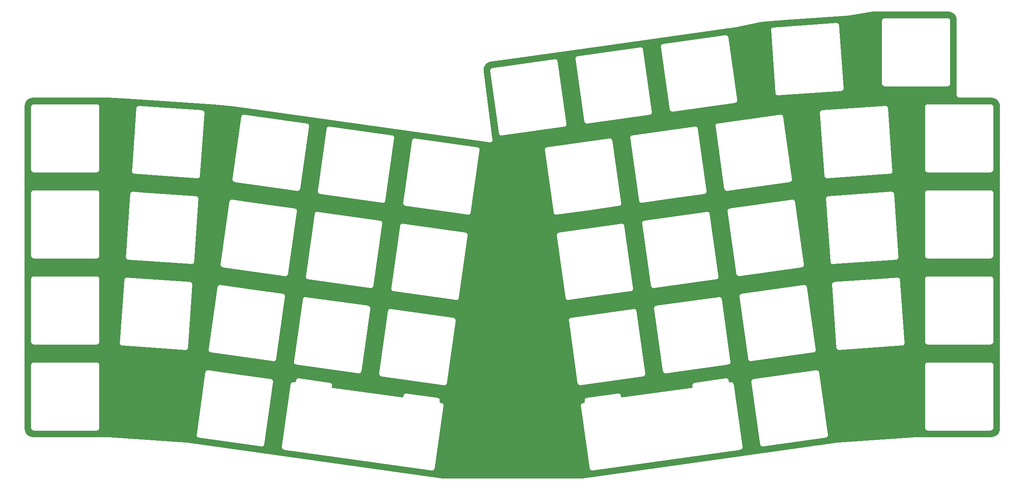
<source format=gbr>
G04 #@! TF.GenerationSoftware,KiCad,Pcbnew,(5.1.4)-1*
G04 #@! TF.CreationDate,2021-09-18T03:02:54-10:00*
G04 #@! TF.ProjectId,oya38split,6f796133-3873-4706-9c69-742e6b696361,rev?*
G04 #@! TF.SameCoordinates,Original*
G04 #@! TF.FileFunction,Copper,L2,Bot*
G04 #@! TF.FilePolarity,Positive*
%FSLAX46Y46*%
G04 Gerber Fmt 4.6, Leading zero omitted, Abs format (unit mm)*
G04 Created by KiCad (PCBNEW (5.1.4)-1) date 2021-09-18 03:02:54*
%MOMM*%
%LPD*%
G04 APERTURE LIST*
%ADD10C,0.254000*%
G04 APERTURE END LIST*
D10*
G36*
X252746210Y-29270886D02*
G01*
X253067210Y-29367801D01*
X253363275Y-29525221D01*
X253623123Y-29737149D01*
X253836858Y-29995510D01*
X253996338Y-30290464D01*
X254095494Y-30610782D01*
X254133750Y-30974762D01*
X254133751Y-47592571D01*
X254130557Y-47625000D01*
X254143300Y-47754383D01*
X254181040Y-47878793D01*
X254242325Y-47993450D01*
X254324802Y-48093948D01*
X254425300Y-48176425D01*
X254539957Y-48237710D01*
X254664367Y-48275450D01*
X254761331Y-48285000D01*
X254793750Y-48288193D01*
X254826169Y-48285000D01*
X261905221Y-48285000D01*
X262271210Y-48320886D01*
X262592210Y-48417801D01*
X262888275Y-48575221D01*
X263148123Y-48787149D01*
X263361858Y-49045510D01*
X263521338Y-49340464D01*
X263620494Y-49660782D01*
X263658750Y-50024762D01*
X263658751Y-121411461D01*
X263622864Y-121777460D01*
X263525948Y-122098462D01*
X263368529Y-122394525D01*
X263156601Y-122654373D01*
X262898242Y-122868106D01*
X262603286Y-123027588D01*
X262282969Y-123126743D01*
X261918979Y-123165000D01*
X245277973Y-123165000D01*
X245254828Y-123164351D01*
X245245591Y-123165000D01*
X245236331Y-123165000D01*
X245213278Y-123167271D01*
X228031321Y-124374554D01*
X228008404Y-124375505D01*
X227999017Y-124376824D01*
X227989556Y-124377489D01*
X227966933Y-124381333D01*
X171428185Y-132327335D01*
X140515573Y-132327335D01*
X92458978Y-125573423D01*
X104929915Y-125573423D01*
X104949973Y-125701875D01*
X104994705Y-125823945D01*
X105062392Y-125934944D01*
X105150434Y-126030605D01*
X105255446Y-126107250D01*
X105373392Y-126161938D01*
X105403514Y-126169239D01*
X105468084Y-126184890D01*
X105468089Y-126184891D01*
X105499743Y-126192563D01*
X105532285Y-126193913D01*
X138196446Y-130784561D01*
X138228103Y-130792234D01*
X138260649Y-130793584D01*
X138357999Y-130797622D01*
X138486451Y-130777564D01*
X138608521Y-130732832D01*
X138719520Y-130665145D01*
X138815181Y-130577103D01*
X138891826Y-130472091D01*
X138946514Y-130354144D01*
X138969466Y-130259453D01*
X138969467Y-130259445D01*
X138977139Y-130227794D01*
X138978489Y-130195252D01*
X140917889Y-116395697D01*
X140925562Y-116364041D01*
X140930949Y-116234145D01*
X171012800Y-116234145D01*
X171018188Y-116364041D01*
X171025862Y-116395701D01*
X172965263Y-130195262D01*
X172966612Y-130227794D01*
X172974282Y-130259437D01*
X172974284Y-130259453D01*
X172997236Y-130354144D01*
X173051924Y-130472091D01*
X173128569Y-130577103D01*
X173224230Y-130665145D01*
X173335229Y-130732832D01*
X173457299Y-130777564D01*
X173585751Y-130797622D01*
X173585752Y-130797622D01*
X173625907Y-130795956D01*
X173715648Y-130792234D01*
X173747309Y-130784560D01*
X206411477Y-126193912D01*
X206444008Y-126192563D01*
X206475652Y-126184893D01*
X206475667Y-126184891D01*
X206570358Y-126161939D01*
X206688305Y-126107252D01*
X206793317Y-126030606D01*
X206881358Y-125934945D01*
X206949046Y-125823946D01*
X206974503Y-125754474D01*
X206993778Y-125701875D01*
X207013836Y-125573423D01*
X207009798Y-125476074D01*
X207008448Y-125443527D01*
X207000775Y-125411871D01*
X205061375Y-111612323D01*
X205060025Y-111579773D01*
X205029399Y-111453423D01*
X204974712Y-111335476D01*
X204898066Y-111230464D01*
X204802405Y-111142423D01*
X204691406Y-111074735D01*
X204569336Y-111030004D01*
X204440884Y-111009946D01*
X204310988Y-111015334D01*
X204279328Y-111023008D01*
X203978454Y-111065293D01*
X203959673Y-110931650D01*
X208742013Y-110931650D01*
X208747401Y-111061546D01*
X208755075Y-111093207D01*
X210694476Y-124892768D01*
X210695825Y-124925300D01*
X210703495Y-124956944D01*
X210703497Y-124956959D01*
X210726449Y-125051650D01*
X210781137Y-125169597D01*
X210857782Y-125274609D01*
X210953443Y-125362651D01*
X211064442Y-125430338D01*
X211186512Y-125475070D01*
X211314964Y-125495128D01*
X211314965Y-125495128D01*
X211355120Y-125493462D01*
X211444861Y-125489740D01*
X211476522Y-125482066D01*
X225276084Y-123542665D01*
X225308615Y-123541316D01*
X225340259Y-123533646D01*
X225340274Y-123533644D01*
X225434965Y-123510692D01*
X225552912Y-123456004D01*
X225657924Y-123379359D01*
X225745966Y-123283698D01*
X225813653Y-123172699D01*
X225858385Y-123050629D01*
X225878443Y-122922177D01*
X225873055Y-122792280D01*
X225865381Y-122760621D01*
X223925981Y-108961067D01*
X223924631Y-108928526D01*
X223916959Y-108896872D01*
X223916958Y-108896867D01*
X223894006Y-108802175D01*
X223839318Y-108684229D01*
X223762673Y-108579217D01*
X223667012Y-108491175D01*
X223556013Y-108423488D01*
X223433943Y-108378756D01*
X223305491Y-108358698D01*
X223175595Y-108364086D01*
X223143936Y-108371760D01*
X209344383Y-110311160D01*
X209311841Y-110312510D01*
X209280187Y-110320182D01*
X209280182Y-110320183D01*
X209185490Y-110343135D01*
X209067544Y-110397823D01*
X208962532Y-110474468D01*
X208874490Y-110570129D01*
X208806803Y-110681128D01*
X208762071Y-110803198D01*
X208742013Y-110931650D01*
X203959673Y-110931650D01*
X203935125Y-110756986D01*
X203933775Y-110724444D01*
X203926103Y-110692790D01*
X203926102Y-110692785D01*
X203903150Y-110598094D01*
X203848463Y-110480147D01*
X203771817Y-110375135D01*
X203676156Y-110287093D01*
X203565157Y-110219406D01*
X203443087Y-110174674D01*
X203314635Y-110154616D01*
X203184739Y-110160004D01*
X203153080Y-110167678D01*
X196281691Y-111133388D01*
X196249149Y-111134738D01*
X196217495Y-111142410D01*
X196217490Y-111142411D01*
X196122798Y-111165363D01*
X196004852Y-111220051D01*
X195899840Y-111296696D01*
X195811798Y-111392357D01*
X195744111Y-111503356D01*
X195699379Y-111625426D01*
X195679321Y-111753878D01*
X195684709Y-111883774D01*
X195692383Y-111915434D01*
X195735711Y-112223735D01*
X180162259Y-114412440D01*
X180118930Y-114104133D01*
X180117580Y-114071591D01*
X180109908Y-114039938D01*
X180109907Y-114039932D01*
X180086955Y-113945241D01*
X180032268Y-113827294D01*
X179955622Y-113722282D01*
X179859961Y-113634240D01*
X179748962Y-113566553D01*
X179626892Y-113521821D01*
X179498440Y-113501763D01*
X179368544Y-113507151D01*
X179336885Y-113514825D01*
X172469457Y-114479978D01*
X172436915Y-114481328D01*
X172405262Y-114489000D01*
X172405256Y-114489001D01*
X172310564Y-114511953D01*
X172273201Y-114529277D01*
X172192618Y-114566640D01*
X172087606Y-114643286D01*
X171999564Y-114738947D01*
X171931877Y-114849946D01*
X171887145Y-114972016D01*
X171867087Y-115100468D01*
X171872475Y-115230364D01*
X171880149Y-115262024D01*
X171923478Y-115570326D01*
X171615170Y-115613655D01*
X171582628Y-115615005D01*
X171550974Y-115622677D01*
X171550969Y-115622678D01*
X171486399Y-115638329D01*
X171456277Y-115645630D01*
X171418914Y-115662954D01*
X171338331Y-115700317D01*
X171233319Y-115776963D01*
X171145277Y-115872624D01*
X171077590Y-115983623D01*
X171032858Y-116105693D01*
X171012800Y-116234145D01*
X140930949Y-116234145D01*
X140930950Y-116234144D01*
X140921041Y-116170690D01*
X140910892Y-116105693D01*
X140866160Y-115983623D01*
X140798473Y-115872624D01*
X140710431Y-115776963D01*
X140605419Y-115700317D01*
X140487472Y-115645630D01*
X140392781Y-115622678D01*
X140392775Y-115622677D01*
X140361122Y-115615005D01*
X140328580Y-115613655D01*
X140027700Y-115571369D01*
X140071029Y-115263065D01*
X140078702Y-115231408D01*
X140084090Y-115101511D01*
X140064032Y-114973059D01*
X140019300Y-114850989D01*
X139951613Y-114739990D01*
X139863571Y-114644329D01*
X139758559Y-114567683D01*
X139640613Y-114512996D01*
X139545921Y-114490044D01*
X139545903Y-114490041D01*
X139514262Y-114482372D01*
X139481730Y-114481023D01*
X132610330Y-113515312D01*
X132578672Y-113507639D01*
X132488931Y-113503917D01*
X132448776Y-113502251D01*
X132448775Y-113502251D01*
X132431426Y-113504960D01*
X132320324Y-113522309D01*
X132198254Y-113567041D01*
X132087255Y-113634728D01*
X131992124Y-113722282D01*
X131991594Y-113722770D01*
X131914948Y-113827782D01*
X131860261Y-113945729D01*
X131837309Y-114040420D01*
X131837308Y-114040426D01*
X131829636Y-114072079D01*
X131828286Y-114104621D01*
X131784957Y-114412926D01*
X116211506Y-112224222D01*
X116254835Y-111915917D01*
X116262508Y-111884260D01*
X116267896Y-111754363D01*
X116247838Y-111625911D01*
X116203106Y-111503841D01*
X116135419Y-111392842D01*
X116047377Y-111297181D01*
X115942365Y-111220536D01*
X115824418Y-111165848D01*
X115729727Y-111142896D01*
X115729709Y-111142893D01*
X115698068Y-111135224D01*
X115665536Y-111133875D01*
X108798097Y-110168720D01*
X108766439Y-110161047D01*
X108676699Y-110157325D01*
X108636543Y-110155659D01*
X108636542Y-110155659D01*
X108619193Y-110158368D01*
X108508091Y-110175717D01*
X108386021Y-110220449D01*
X108275022Y-110288136D01*
X108183996Y-110371912D01*
X108179361Y-110376178D01*
X108102715Y-110481190D01*
X108065352Y-110561773D01*
X108048512Y-110598094D01*
X108048028Y-110599137D01*
X108025076Y-110693828D01*
X108025075Y-110693833D01*
X108017403Y-110725487D01*
X108016053Y-110758029D01*
X107972724Y-111066336D01*
X107664423Y-111023008D01*
X107632763Y-111015334D01*
X107543022Y-111011612D01*
X107502867Y-111009946D01*
X107502866Y-111009946D01*
X107374414Y-111030004D01*
X107252344Y-111074736D01*
X107141345Y-111142423D01*
X107045684Y-111230465D01*
X106969039Y-111335477D01*
X106914351Y-111453424D01*
X106891399Y-111548115D01*
X106891397Y-111548130D01*
X106883727Y-111579774D01*
X106882378Y-111612306D01*
X104942977Y-125411867D01*
X104935303Y-125443527D01*
X104933953Y-125476074D01*
X104933953Y-125476075D01*
X104929915Y-125573423D01*
X92458978Y-125573423D01*
X83976856Y-124381339D01*
X83954194Y-124377488D01*
X83944716Y-124376822D01*
X83935345Y-124375505D01*
X83912465Y-124374556D01*
X66730474Y-123167271D01*
X66707419Y-123165000D01*
X66698158Y-123165000D01*
X66688921Y-123164351D01*
X66665776Y-123165000D01*
X50038529Y-123165000D01*
X49672540Y-123129114D01*
X49351538Y-123032198D01*
X49144617Y-122922176D01*
X86065307Y-122922176D01*
X86085365Y-123050628D01*
X86130097Y-123172698D01*
X86197784Y-123283697D01*
X86285826Y-123379358D01*
X86390838Y-123456003D01*
X86508784Y-123510691D01*
X86603476Y-123533643D01*
X86603481Y-123533644D01*
X86635135Y-123541316D01*
X86667677Y-123542666D01*
X100467230Y-125482066D01*
X100498889Y-125489740D01*
X100628785Y-125495128D01*
X100757237Y-125475070D01*
X100879307Y-125430338D01*
X100990306Y-125362651D01*
X101085967Y-125274609D01*
X101162612Y-125169597D01*
X101217300Y-125051651D01*
X101240252Y-124956959D01*
X101240253Y-124956954D01*
X101247925Y-124925300D01*
X101249275Y-124892759D01*
X103188675Y-111093205D01*
X103196349Y-111061546D01*
X103201737Y-110931649D01*
X103181679Y-110803197D01*
X103136947Y-110681127D01*
X103069260Y-110570128D01*
X102981218Y-110474467D01*
X102876206Y-110397822D01*
X102758259Y-110343134D01*
X102663568Y-110320182D01*
X102663553Y-110320180D01*
X102631909Y-110312510D01*
X102599378Y-110311161D01*
X95831968Y-109360064D01*
X126445769Y-109360064D01*
X126465827Y-109488516D01*
X126510559Y-109610586D01*
X126578246Y-109721585D01*
X126666288Y-109817246D01*
X126771300Y-109893891D01*
X126889246Y-109948579D01*
X126983938Y-109971531D01*
X126983943Y-109971532D01*
X127015597Y-109979204D01*
X127048139Y-109980554D01*
X140847692Y-111919954D01*
X140879351Y-111927628D01*
X141009247Y-111933016D01*
X141137699Y-111912958D01*
X141259769Y-111868226D01*
X141370768Y-111800539D01*
X141466429Y-111712497D01*
X141543074Y-111607485D01*
X141597762Y-111489539D01*
X141620714Y-111394847D01*
X141620715Y-111394842D01*
X141628387Y-111363188D01*
X141629737Y-111330647D01*
X143569137Y-97531093D01*
X143576811Y-97499434D01*
X143582199Y-97369537D01*
X168361552Y-97369537D01*
X168366940Y-97499433D01*
X168374614Y-97531093D01*
X170314015Y-111330655D01*
X170315364Y-111363187D01*
X170323034Y-111394830D01*
X170323036Y-111394846D01*
X170345988Y-111489537D01*
X170400676Y-111607484D01*
X170477321Y-111712496D01*
X170572982Y-111800538D01*
X170683981Y-111868225D01*
X170806051Y-111912957D01*
X170934503Y-111933015D01*
X170934504Y-111933015D01*
X170974660Y-111931349D01*
X171064400Y-111927627D01*
X171096061Y-111919953D01*
X184895623Y-109980553D01*
X184928154Y-109979204D01*
X184959798Y-109971534D01*
X184959813Y-109971532D01*
X185054505Y-109948580D01*
X185172451Y-109893892D01*
X185277463Y-109817247D01*
X185365505Y-109721586D01*
X185433192Y-109610587D01*
X185477924Y-109488517D01*
X185497982Y-109360065D01*
X185492594Y-109230168D01*
X185484920Y-109198509D01*
X183545520Y-95398955D01*
X183544170Y-95366414D01*
X183536498Y-95334761D01*
X183536497Y-95334755D01*
X183513545Y-95240063D01*
X183493808Y-95197496D01*
X183458858Y-95122117D01*
X183382212Y-95017105D01*
X183286551Y-94929063D01*
X183175552Y-94861376D01*
X183053482Y-94816644D01*
X182925030Y-94796586D01*
X182795134Y-94801974D01*
X182763475Y-94809648D01*
X168963922Y-96749047D01*
X168931380Y-96750397D01*
X168899726Y-96758069D01*
X168899721Y-96758070D01*
X168835151Y-96773721D01*
X168805029Y-96781022D01*
X168767666Y-96798346D01*
X168687083Y-96835709D01*
X168582071Y-96912355D01*
X168494029Y-97008016D01*
X168426342Y-97119015D01*
X168381610Y-97241085D01*
X168361552Y-97369537D01*
X143582199Y-97369537D01*
X143562141Y-97241085D01*
X143517409Y-97119015D01*
X143449722Y-97008016D01*
X143361680Y-96912355D01*
X143256668Y-96835710D01*
X143138721Y-96781022D01*
X143044030Y-96758070D01*
X143044015Y-96758068D01*
X143012371Y-96750398D01*
X142979840Y-96749049D01*
X129180278Y-94809648D01*
X129148617Y-94801974D01*
X129058876Y-94798252D01*
X129018721Y-94796586D01*
X129018720Y-94796586D01*
X128890268Y-94816644D01*
X128768198Y-94861376D01*
X128657199Y-94929063D01*
X128561538Y-95017105D01*
X128484893Y-95122117D01*
X128430205Y-95240064D01*
X128407253Y-95334755D01*
X128407251Y-95334770D01*
X128399581Y-95366414D01*
X128398232Y-95398946D01*
X126458831Y-109198507D01*
X126451157Y-109230168D01*
X126445769Y-109360064D01*
X95831968Y-109360064D01*
X88799816Y-108371760D01*
X88768155Y-108364086D01*
X88678414Y-108360364D01*
X88638259Y-108358698D01*
X88638258Y-108358698D01*
X88509806Y-108378756D01*
X88387736Y-108423488D01*
X88276737Y-108491175D01*
X88181076Y-108579217D01*
X88104431Y-108684229D01*
X88049743Y-108802176D01*
X88026791Y-108896867D01*
X88026789Y-108896882D01*
X88019119Y-108928526D01*
X88017770Y-108961058D01*
X86078369Y-122760619D01*
X86070695Y-122792280D01*
X86065307Y-122922176D01*
X49144617Y-122922176D01*
X49055475Y-122874779D01*
X48795627Y-122662851D01*
X48581894Y-122404492D01*
X48422412Y-122109536D01*
X48323257Y-121789219D01*
X48285000Y-121425229D01*
X48285000Y-107300000D01*
X49486807Y-107300000D01*
X49490001Y-107332429D01*
X49490000Y-121267581D01*
X49486807Y-121300000D01*
X49499550Y-121429383D01*
X49537290Y-121553793D01*
X49598575Y-121668450D01*
X49652937Y-121734690D01*
X49681052Y-121768948D01*
X49781550Y-121851425D01*
X49896207Y-121912710D01*
X50020617Y-121950450D01*
X50150000Y-121963193D01*
X50182419Y-121960000D01*
X64117581Y-121960000D01*
X64150000Y-121963193D01*
X64182419Y-121960000D01*
X64279383Y-121950450D01*
X64403793Y-121912710D01*
X64518450Y-121851425D01*
X64618948Y-121768948D01*
X64701425Y-121668450D01*
X64762710Y-121553793D01*
X64800450Y-121429383D01*
X64813193Y-121300000D01*
X64810000Y-121267581D01*
X64810000Y-107332419D01*
X64813193Y-107300000D01*
X64800450Y-107170617D01*
X64762710Y-107046207D01*
X64701425Y-106931550D01*
X64618948Y-106831052D01*
X64518450Y-106748575D01*
X64444068Y-106708817D01*
X107581162Y-106708817D01*
X107601220Y-106837269D01*
X107645952Y-106959339D01*
X107713639Y-107070338D01*
X107801681Y-107165999D01*
X107906693Y-107242644D01*
X108024639Y-107297332D01*
X108119331Y-107320284D01*
X108119336Y-107320285D01*
X108150990Y-107327957D01*
X108183532Y-107329307D01*
X121983085Y-109268707D01*
X122014744Y-109276381D01*
X122144640Y-109281769D01*
X122273092Y-109261711D01*
X122395162Y-109216979D01*
X122506161Y-109149292D01*
X122601822Y-109061250D01*
X122678467Y-108956238D01*
X122733155Y-108838292D01*
X122756107Y-108743600D01*
X122756108Y-108743595D01*
X122763780Y-108711941D01*
X122765130Y-108679400D01*
X124704530Y-94879846D01*
X124712204Y-94848187D01*
X124717591Y-94718291D01*
X187226158Y-94718291D01*
X187231546Y-94848187D01*
X187239220Y-94879848D01*
X189178621Y-108679409D01*
X189179970Y-108711941D01*
X189187640Y-108743585D01*
X189187642Y-108743600D01*
X189210594Y-108838291D01*
X189265282Y-108956238D01*
X189341927Y-109061250D01*
X189437588Y-109149292D01*
X189548587Y-109216979D01*
X189670657Y-109261711D01*
X189799109Y-109281769D01*
X189799110Y-109281769D01*
X189839265Y-109280103D01*
X189929006Y-109276381D01*
X189960667Y-109268707D01*
X203760229Y-107329306D01*
X203792760Y-107327957D01*
X203824404Y-107320287D01*
X203824419Y-107320285D01*
X203908106Y-107300000D01*
X247130557Y-107300000D01*
X247133751Y-107332429D01*
X247133750Y-121267581D01*
X247130557Y-121300000D01*
X247143300Y-121429383D01*
X247181040Y-121553793D01*
X247242325Y-121668450D01*
X247296687Y-121734690D01*
X247324802Y-121768948D01*
X247425300Y-121851425D01*
X247539957Y-121912710D01*
X247664367Y-121950450D01*
X247793750Y-121963193D01*
X247826169Y-121960000D01*
X261761331Y-121960000D01*
X261793750Y-121963193D01*
X261826169Y-121960000D01*
X261923133Y-121950450D01*
X262047543Y-121912710D01*
X262162200Y-121851425D01*
X262262698Y-121768948D01*
X262345175Y-121668450D01*
X262406460Y-121553793D01*
X262444200Y-121429383D01*
X262456943Y-121300000D01*
X262453750Y-121267581D01*
X262453750Y-107332419D01*
X262456943Y-107300000D01*
X262444200Y-107170617D01*
X262406460Y-107046207D01*
X262345175Y-106931550D01*
X262262698Y-106831052D01*
X262162200Y-106748575D01*
X262047543Y-106687290D01*
X261923133Y-106649550D01*
X261826169Y-106640000D01*
X261793750Y-106636807D01*
X261761331Y-106640000D01*
X247826169Y-106640000D01*
X247793750Y-106636807D01*
X247761331Y-106640000D01*
X247664367Y-106649550D01*
X247539957Y-106687290D01*
X247425300Y-106748575D01*
X247324802Y-106831052D01*
X247242325Y-106931550D01*
X247181040Y-107046207D01*
X247143300Y-107170617D01*
X247130557Y-107300000D01*
X203908106Y-107300000D01*
X203919110Y-107297333D01*
X204037057Y-107242645D01*
X204142069Y-107166000D01*
X204230111Y-107070339D01*
X204297798Y-106959340D01*
X204342530Y-106837270D01*
X204362588Y-106708818D01*
X204357200Y-106578921D01*
X204349526Y-106547262D01*
X202410126Y-92747708D01*
X202408776Y-92715167D01*
X202401104Y-92683513D01*
X202401103Y-92683508D01*
X202378151Y-92588816D01*
X202323463Y-92470870D01*
X202246818Y-92365858D01*
X202151157Y-92277816D01*
X202040158Y-92210129D01*
X201918088Y-92165397D01*
X201789636Y-92145339D01*
X201659740Y-92150727D01*
X201628081Y-92158401D01*
X187828528Y-94097801D01*
X187795986Y-94099151D01*
X187764332Y-94106823D01*
X187764327Y-94106824D01*
X187669635Y-94129776D01*
X187551689Y-94184464D01*
X187446677Y-94261109D01*
X187358635Y-94356770D01*
X187290948Y-94467769D01*
X187246216Y-94589839D01*
X187226158Y-94718291D01*
X124717591Y-94718291D01*
X124717592Y-94718290D01*
X124697534Y-94589838D01*
X124652802Y-94467768D01*
X124585115Y-94356769D01*
X124497073Y-94261108D01*
X124392061Y-94184463D01*
X124274114Y-94129775D01*
X124179423Y-94106823D01*
X124179408Y-94106821D01*
X124147764Y-94099151D01*
X124115233Y-94097802D01*
X110315671Y-92158401D01*
X110284010Y-92150727D01*
X110194269Y-92147005D01*
X110154114Y-92145339D01*
X110154113Y-92145339D01*
X110025661Y-92165397D01*
X109903591Y-92210129D01*
X109792592Y-92277816D01*
X109696931Y-92365858D01*
X109620286Y-92470870D01*
X109565598Y-92588817D01*
X109542646Y-92683508D01*
X109542644Y-92683523D01*
X109534974Y-92715167D01*
X109533625Y-92747699D01*
X107594224Y-106547260D01*
X107586550Y-106578921D01*
X107581162Y-106708817D01*
X64444068Y-106708817D01*
X64403793Y-106687290D01*
X64279383Y-106649550D01*
X64182419Y-106640000D01*
X64150000Y-106636807D01*
X64117581Y-106640000D01*
X50182419Y-106640000D01*
X50150000Y-106636807D01*
X50117581Y-106640000D01*
X50020617Y-106649550D01*
X49896207Y-106687290D01*
X49781550Y-106748575D01*
X49681052Y-106831052D01*
X49598575Y-106931550D01*
X49537290Y-107046207D01*
X49499550Y-107170617D01*
X49486807Y-107300000D01*
X48285000Y-107300000D01*
X48285000Y-88250000D01*
X49486807Y-88250000D01*
X49490001Y-88282429D01*
X49490000Y-102217581D01*
X49486807Y-102250000D01*
X49499550Y-102379383D01*
X49537290Y-102503793D01*
X49598575Y-102618450D01*
X49681052Y-102718948D01*
X49781550Y-102801425D01*
X49896207Y-102862710D01*
X50020617Y-102900450D01*
X50150000Y-102913193D01*
X50182419Y-102910000D01*
X64117581Y-102910000D01*
X64150000Y-102913193D01*
X64182419Y-102910000D01*
X64279383Y-102900450D01*
X64403793Y-102862710D01*
X64518450Y-102801425D01*
X64618948Y-102718948D01*
X64701425Y-102618450D01*
X64762710Y-102503793D01*
X64780321Y-102445736D01*
X69119568Y-102445736D01*
X69120492Y-102478298D01*
X69120492Y-102478299D01*
X69123255Y-102575692D01*
X69152224Y-102702432D01*
X69205362Y-102821084D01*
X69280628Y-102927091D01*
X69375128Y-103016377D01*
X69485230Y-103085511D01*
X69606705Y-103131838D01*
X69734883Y-103153575D01*
X69767449Y-103152651D01*
X83668660Y-104124719D01*
X83700780Y-104130166D01*
X83830736Y-104126479D01*
X83957476Y-104097510D01*
X84046660Y-104057569D01*
X88716556Y-104057569D01*
X88736614Y-104186021D01*
X88781346Y-104308091D01*
X88849033Y-104419090D01*
X88937075Y-104514751D01*
X89042087Y-104591396D01*
X89160033Y-104646084D01*
X89254725Y-104669036D01*
X89254730Y-104669037D01*
X89286384Y-104676709D01*
X89318926Y-104678059D01*
X103118479Y-106617459D01*
X103150138Y-106625133D01*
X103280034Y-106630521D01*
X103408486Y-106610463D01*
X103530556Y-106565731D01*
X103641555Y-106498044D01*
X103737216Y-106410002D01*
X103813861Y-106304990D01*
X103868549Y-106187044D01*
X103891501Y-106092352D01*
X103891502Y-106092347D01*
X103899174Y-106060693D01*
X103900524Y-106028152D01*
X105839924Y-92228598D01*
X105847598Y-92196939D01*
X105852986Y-92067042D01*
X105832928Y-91938590D01*
X105788196Y-91816520D01*
X105720509Y-91705521D01*
X105632467Y-91609860D01*
X105527455Y-91533215D01*
X105409508Y-91478527D01*
X105314817Y-91455575D01*
X105314802Y-91455573D01*
X105283158Y-91447903D01*
X105250627Y-91446554D01*
X98483210Y-90495456D01*
X129097015Y-90495456D01*
X129117073Y-90623908D01*
X129161805Y-90745978D01*
X129229492Y-90856977D01*
X129317534Y-90952638D01*
X129422546Y-91029283D01*
X129540492Y-91083971D01*
X129635184Y-91106923D01*
X129635189Y-91106924D01*
X129666843Y-91114596D01*
X129699385Y-91115946D01*
X143498938Y-93055346D01*
X143530597Y-93063020D01*
X143660493Y-93068408D01*
X143788945Y-93048350D01*
X143911015Y-93003618D01*
X144022014Y-92935931D01*
X144117675Y-92847889D01*
X144194320Y-92742877D01*
X144249008Y-92624931D01*
X144271960Y-92530239D01*
X144271961Y-92530234D01*
X144279633Y-92498580D01*
X144280983Y-92466039D01*
X146220383Y-78666485D01*
X146228057Y-78634826D01*
X146233445Y-78504929D01*
X165710306Y-78504929D01*
X165715694Y-78634825D01*
X165723368Y-78666485D01*
X167662769Y-92466047D01*
X167664118Y-92498579D01*
X167671788Y-92530222D01*
X167671790Y-92530238D01*
X167694742Y-92624929D01*
X167749430Y-92742876D01*
X167826075Y-92847888D01*
X167921736Y-92935930D01*
X168032735Y-93003617D01*
X168154805Y-93048349D01*
X168283257Y-93068407D01*
X168283258Y-93068407D01*
X168323413Y-93066741D01*
X168413154Y-93063019D01*
X168444815Y-93055345D01*
X175476956Y-92067043D01*
X206090765Y-92067043D01*
X206096153Y-92196939D01*
X206103827Y-92228600D01*
X208043228Y-106028161D01*
X208044577Y-106060693D01*
X208052247Y-106092337D01*
X208052249Y-106092352D01*
X208075201Y-106187043D01*
X208129889Y-106304990D01*
X208206534Y-106410002D01*
X208302195Y-106498044D01*
X208413194Y-106565731D01*
X208535264Y-106610463D01*
X208663716Y-106630521D01*
X208663717Y-106630521D01*
X208703872Y-106628855D01*
X208793613Y-106625133D01*
X208825274Y-106617459D01*
X222624836Y-104678058D01*
X222657367Y-104676709D01*
X222689011Y-104669039D01*
X222689026Y-104669037D01*
X222783717Y-104646085D01*
X222901664Y-104591397D01*
X223006676Y-104514752D01*
X223094718Y-104419091D01*
X223162405Y-104308092D01*
X223207137Y-104186022D01*
X223227195Y-104057570D01*
X223221807Y-103927673D01*
X223214133Y-103896014D01*
X221274733Y-90096460D01*
X221273383Y-90063919D01*
X221265711Y-90032265D01*
X221265710Y-90032260D01*
X221242758Y-89937568D01*
X221188070Y-89819622D01*
X221111425Y-89714610D01*
X221015764Y-89626568D01*
X220904765Y-89558881D01*
X220877676Y-89548954D01*
X226558540Y-89548954D01*
X226563987Y-89581074D01*
X227536055Y-103482295D01*
X227535131Y-103514851D01*
X227540577Y-103546963D01*
X227540577Y-103546967D01*
X227556867Y-103643029D01*
X227603194Y-103764503D01*
X227672328Y-103874606D01*
X227761614Y-103969106D01*
X227867620Y-104044372D01*
X227941023Y-104077245D01*
X227986274Y-104097510D01*
X228084044Y-104119857D01*
X228113013Y-104126479D01*
X228242969Y-104130166D01*
X228275086Y-104124719D01*
X242176310Y-103152651D01*
X242208866Y-103153575D01*
X242240975Y-103148130D01*
X242240983Y-103148129D01*
X242337045Y-103131839D01*
X242458519Y-103085512D01*
X242568622Y-103016378D01*
X242663122Y-102927092D01*
X242738388Y-102821086D01*
X242791525Y-102702433D01*
X242791526Y-102702431D01*
X242820495Y-102575692D01*
X242823258Y-102478298D01*
X242824182Y-102445737D01*
X242818735Y-102413620D01*
X241846667Y-88512405D01*
X241847591Y-88479840D01*
X241839601Y-88432724D01*
X241825854Y-88351661D01*
X241787084Y-88250000D01*
X247130557Y-88250000D01*
X247133751Y-88282429D01*
X247133750Y-102217581D01*
X247130557Y-102250000D01*
X247143300Y-102379383D01*
X247181040Y-102503793D01*
X247242325Y-102618450D01*
X247324802Y-102718948D01*
X247425300Y-102801425D01*
X247539957Y-102862710D01*
X247664367Y-102900450D01*
X247793750Y-102913193D01*
X247826169Y-102910000D01*
X261761331Y-102910000D01*
X261793750Y-102913193D01*
X261826169Y-102910000D01*
X261923133Y-102900450D01*
X262047543Y-102862710D01*
X262162200Y-102801425D01*
X262262698Y-102718948D01*
X262345175Y-102618450D01*
X262406460Y-102503793D01*
X262444200Y-102379383D01*
X262456943Y-102250000D01*
X262453750Y-102217581D01*
X262453750Y-88282419D01*
X262456943Y-88250000D01*
X262444200Y-88120617D01*
X262406460Y-87996207D01*
X262345175Y-87881550D01*
X262262698Y-87781052D01*
X262162200Y-87698575D01*
X262047543Y-87637290D01*
X261923133Y-87599550D01*
X261826169Y-87590000D01*
X261793750Y-87586807D01*
X261761331Y-87590000D01*
X247826169Y-87590000D01*
X247793750Y-87586807D01*
X247761331Y-87590000D01*
X247664367Y-87599550D01*
X247539957Y-87637290D01*
X247425300Y-87698575D01*
X247324802Y-87781052D01*
X247242325Y-87881550D01*
X247181040Y-87996207D01*
X247143300Y-88120617D01*
X247130557Y-88250000D01*
X241787084Y-88250000D01*
X241779527Y-88230186D01*
X241710393Y-88120084D01*
X241621107Y-88025584D01*
X241515100Y-87950318D01*
X241396448Y-87897180D01*
X241269708Y-87868211D01*
X241139752Y-87864524D01*
X241107632Y-87869971D01*
X227206421Y-88842039D01*
X227173855Y-88841115D01*
X227046514Y-88862710D01*
X227045677Y-88862852D01*
X226924202Y-88909179D01*
X226814100Y-88978313D01*
X226719600Y-89067599D01*
X226644334Y-89173606D01*
X226591196Y-89292258D01*
X226562227Y-89418998D01*
X226558540Y-89548954D01*
X220877676Y-89548954D01*
X220782695Y-89514149D01*
X220654243Y-89494091D01*
X220524347Y-89499479D01*
X220492688Y-89507153D01*
X206693135Y-91446553D01*
X206660593Y-91447903D01*
X206628939Y-91455575D01*
X206628934Y-91455576D01*
X206534242Y-91478528D01*
X206416296Y-91533216D01*
X206311284Y-91609861D01*
X206223242Y-91705522D01*
X206155555Y-91816521D01*
X206110823Y-91938591D01*
X206090765Y-92067043D01*
X175476956Y-92067043D01*
X182244377Y-91115945D01*
X182276908Y-91114596D01*
X182308552Y-91106926D01*
X182308567Y-91106924D01*
X182403259Y-91083972D01*
X182521205Y-91029284D01*
X182626217Y-90952639D01*
X182714259Y-90856978D01*
X182781946Y-90745979D01*
X182826678Y-90623909D01*
X182846736Y-90495457D01*
X182841348Y-90365560D01*
X182833674Y-90333901D01*
X180894274Y-76534347D01*
X180892924Y-76501806D01*
X180885252Y-76470153D01*
X180885251Y-76470147D01*
X180862299Y-76375455D01*
X180842562Y-76332888D01*
X180807612Y-76257509D01*
X180730966Y-76152497D01*
X180635305Y-76064455D01*
X180524306Y-75996768D01*
X180402236Y-75952036D01*
X180273784Y-75931978D01*
X180143888Y-75937366D01*
X180112229Y-75945040D01*
X166312676Y-77884439D01*
X166280134Y-77885789D01*
X166248480Y-77893461D01*
X166248475Y-77893462D01*
X166183905Y-77909113D01*
X166153783Y-77916414D01*
X166116420Y-77933738D01*
X166035837Y-77971101D01*
X165930825Y-78047747D01*
X165842783Y-78143408D01*
X165775096Y-78254407D01*
X165730364Y-78376477D01*
X165710306Y-78504929D01*
X146233445Y-78504929D01*
X146213387Y-78376477D01*
X146168655Y-78254407D01*
X146100968Y-78143408D01*
X146012926Y-78047747D01*
X145907914Y-77971102D01*
X145789967Y-77916414D01*
X145695276Y-77893462D01*
X145695261Y-77893460D01*
X145663617Y-77885790D01*
X145631086Y-77884441D01*
X131831524Y-75945040D01*
X131799863Y-75937366D01*
X131710122Y-75933644D01*
X131669967Y-75931978D01*
X131669966Y-75931978D01*
X131541514Y-75952036D01*
X131419444Y-75996768D01*
X131308445Y-76064455D01*
X131212784Y-76152497D01*
X131136139Y-76257509D01*
X131081451Y-76375456D01*
X131058499Y-76470147D01*
X131058497Y-76470162D01*
X131050827Y-76501806D01*
X131049478Y-76534338D01*
X129110077Y-90333899D01*
X129102403Y-90365560D01*
X129097015Y-90495456D01*
X98483210Y-90495456D01*
X91451065Y-89507153D01*
X91419404Y-89499479D01*
X91329664Y-89495757D01*
X91289508Y-89494091D01*
X91289507Y-89494091D01*
X91161055Y-89514149D01*
X91038985Y-89558881D01*
X90927986Y-89626568D01*
X90832325Y-89714610D01*
X90755680Y-89819622D01*
X90700992Y-89937569D01*
X90678040Y-90032260D01*
X90678038Y-90032275D01*
X90670368Y-90063919D01*
X90669019Y-90096451D01*
X88729618Y-103896012D01*
X88721944Y-103927673D01*
X88716556Y-104057569D01*
X84046660Y-104057569D01*
X84076128Y-104044372D01*
X84182135Y-103969106D01*
X84271421Y-103874606D01*
X84340555Y-103764504D01*
X84386882Y-103643029D01*
X84403172Y-103546968D01*
X84403172Y-103546967D01*
X84408619Y-103514850D01*
X84407695Y-103482285D01*
X85379763Y-89581070D01*
X85385210Y-89548953D01*
X85381523Y-89418997D01*
X85360781Y-89328252D01*
X85352554Y-89292259D01*
X85314272Y-89206778D01*
X85299416Y-89173604D01*
X85224150Y-89067598D01*
X85129650Y-88978312D01*
X85019547Y-88909178D01*
X84898073Y-88862851D01*
X84802011Y-88846561D01*
X84802003Y-88846560D01*
X84769894Y-88841115D01*
X84737338Y-88842039D01*
X70836114Y-87869971D01*
X70803997Y-87864524D01*
X70674041Y-87868211D01*
X70645072Y-87874833D01*
X70547302Y-87897180D01*
X70502051Y-87917445D01*
X70428648Y-87950318D01*
X70322642Y-88025584D01*
X70233356Y-88120084D01*
X70164222Y-88230187D01*
X70117895Y-88351661D01*
X70101605Y-88447723D01*
X70096159Y-88479839D01*
X70097083Y-88512395D01*
X69125015Y-102413616D01*
X69119568Y-102445736D01*
X64780321Y-102445736D01*
X64800450Y-102379383D01*
X64813193Y-102250000D01*
X64810000Y-102217581D01*
X64810000Y-88282419D01*
X64813193Y-88250000D01*
X64800450Y-88120617D01*
X64762710Y-87996207D01*
X64701425Y-87881550D01*
X64670780Y-87844209D01*
X110232408Y-87844209D01*
X110252466Y-87972661D01*
X110297198Y-88094731D01*
X110364885Y-88205730D01*
X110452927Y-88301391D01*
X110557939Y-88378036D01*
X110675885Y-88432724D01*
X110770577Y-88455676D01*
X110770582Y-88455677D01*
X110802236Y-88463349D01*
X110834778Y-88464699D01*
X124634331Y-90404099D01*
X124665990Y-90411773D01*
X124795886Y-90417161D01*
X124924338Y-90397103D01*
X125046408Y-90352371D01*
X125157407Y-90284684D01*
X125253068Y-90196642D01*
X125329713Y-90091630D01*
X125384401Y-89973684D01*
X125400150Y-89908709D01*
X125407353Y-89878992D01*
X125407354Y-89878987D01*
X125415026Y-89847333D01*
X125416376Y-89814792D01*
X127355776Y-76015238D01*
X127363450Y-75983579D01*
X127368837Y-75853683D01*
X184574912Y-75853683D01*
X184580300Y-75983579D01*
X184587974Y-76015240D01*
X186527375Y-89814801D01*
X186528724Y-89847333D01*
X186536394Y-89878977D01*
X186536396Y-89878992D01*
X186559348Y-89973683D01*
X186614036Y-90091630D01*
X186690681Y-90196642D01*
X186786342Y-90284684D01*
X186897341Y-90352371D01*
X187019411Y-90397103D01*
X187147863Y-90417161D01*
X187147864Y-90417161D01*
X187188019Y-90415495D01*
X187277760Y-90411773D01*
X187309421Y-90404099D01*
X201108983Y-88464698D01*
X201141514Y-88463349D01*
X201173158Y-88455679D01*
X201173173Y-88455677D01*
X201267864Y-88432725D01*
X201385811Y-88378037D01*
X201490823Y-88301392D01*
X201578865Y-88205731D01*
X201646552Y-88094732D01*
X201691284Y-87972662D01*
X201711342Y-87844210D01*
X201705954Y-87714313D01*
X201698280Y-87682654D01*
X199758880Y-73883100D01*
X199757530Y-73850559D01*
X199749858Y-73818905D01*
X199749857Y-73818900D01*
X199726905Y-73724208D01*
X199672217Y-73606262D01*
X199595572Y-73501250D01*
X199499911Y-73413208D01*
X199388912Y-73345521D01*
X199266842Y-73300789D01*
X199138390Y-73280731D01*
X199008494Y-73286119D01*
X198976835Y-73293793D01*
X185177282Y-75233193D01*
X185144740Y-75234543D01*
X185113086Y-75242215D01*
X185113081Y-75242216D01*
X185018389Y-75265168D01*
X184900443Y-75319856D01*
X184795431Y-75396501D01*
X184707389Y-75492162D01*
X184639702Y-75603161D01*
X184594970Y-75725231D01*
X184574912Y-75853683D01*
X127368837Y-75853683D01*
X127368838Y-75853682D01*
X127348780Y-75725230D01*
X127304048Y-75603160D01*
X127236361Y-75492161D01*
X127148319Y-75396500D01*
X127043307Y-75319855D01*
X126925360Y-75265167D01*
X126830669Y-75242215D01*
X126830654Y-75242213D01*
X126799010Y-75234543D01*
X126766479Y-75233194D01*
X112966917Y-73293793D01*
X112935256Y-73286119D01*
X112845515Y-73282397D01*
X112805360Y-73280731D01*
X112805359Y-73280731D01*
X112676907Y-73300789D01*
X112554837Y-73345521D01*
X112443838Y-73413208D01*
X112348177Y-73501250D01*
X112271532Y-73606262D01*
X112216844Y-73724209D01*
X112193892Y-73818900D01*
X112193890Y-73818915D01*
X112186220Y-73850559D01*
X112184871Y-73883091D01*
X110245470Y-87682652D01*
X110237796Y-87714313D01*
X110232408Y-87844209D01*
X64670780Y-87844209D01*
X64618948Y-87781052D01*
X64518450Y-87698575D01*
X64403793Y-87637290D01*
X64279383Y-87599550D01*
X64182419Y-87590000D01*
X64150000Y-87586807D01*
X64117581Y-87590000D01*
X50182419Y-87590000D01*
X50150000Y-87586807D01*
X50117581Y-87590000D01*
X50020617Y-87599550D01*
X49896207Y-87637290D01*
X49781550Y-87698575D01*
X49681052Y-87781052D01*
X49598575Y-87881550D01*
X49537290Y-87996207D01*
X49499550Y-88120617D01*
X49486807Y-88250000D01*
X48285000Y-88250000D01*
X48285000Y-85192961D01*
X91367802Y-85192961D01*
X91387860Y-85321413D01*
X91432592Y-85443483D01*
X91500279Y-85554482D01*
X91588321Y-85650143D01*
X91693333Y-85726788D01*
X91811279Y-85781476D01*
X91905971Y-85804428D01*
X91905976Y-85804429D01*
X91937630Y-85812101D01*
X91970172Y-85813451D01*
X105769725Y-87752851D01*
X105801384Y-87760525D01*
X105931280Y-87765913D01*
X106059732Y-87745855D01*
X106181802Y-87701123D01*
X106292801Y-87633436D01*
X106388462Y-87545394D01*
X106465107Y-87440382D01*
X106519795Y-87322436D01*
X106532544Y-87269837D01*
X106542747Y-87227744D01*
X106542748Y-87227739D01*
X106550420Y-87196085D01*
X106551770Y-87163544D01*
X108491170Y-73363990D01*
X108498844Y-73332331D01*
X108504232Y-73202434D01*
X108484174Y-73073982D01*
X108439442Y-72951912D01*
X108371755Y-72840913D01*
X108283713Y-72745252D01*
X108178701Y-72668607D01*
X108060754Y-72613919D01*
X107966063Y-72590967D01*
X107966048Y-72590965D01*
X107934404Y-72583295D01*
X107901873Y-72581946D01*
X101134470Y-71630850D01*
X131748263Y-71630850D01*
X131768321Y-71759302D01*
X131813053Y-71881372D01*
X131880740Y-71992371D01*
X131968782Y-72088032D01*
X132073794Y-72164677D01*
X132191740Y-72219365D01*
X132286432Y-72242317D01*
X132286437Y-72242318D01*
X132318091Y-72249990D01*
X132350633Y-72251340D01*
X146150186Y-74190740D01*
X146181845Y-74198414D01*
X146311741Y-74203802D01*
X146440193Y-74183744D01*
X146562263Y-74139012D01*
X146673262Y-74071325D01*
X146768923Y-73983283D01*
X146845568Y-73878271D01*
X146900256Y-73760325D01*
X146923208Y-73665633D01*
X146923209Y-73665628D01*
X146930881Y-73633974D01*
X146932231Y-73601433D01*
X148871631Y-59801879D01*
X148879305Y-59770220D01*
X148884693Y-59640323D01*
X163059058Y-59640323D01*
X163064446Y-59770219D01*
X163072120Y-59801879D01*
X165011521Y-73601441D01*
X165012870Y-73633973D01*
X165020540Y-73665616D01*
X165020542Y-73665632D01*
X165043494Y-73760323D01*
X165098182Y-73878270D01*
X165174827Y-73983282D01*
X165270488Y-74071324D01*
X165381487Y-74139011D01*
X165503557Y-74183743D01*
X165632009Y-74203801D01*
X165632010Y-74203801D01*
X165672165Y-74202135D01*
X165761906Y-74198413D01*
X165793567Y-74190739D01*
X172825722Y-73202435D01*
X203439519Y-73202435D01*
X203444907Y-73332331D01*
X203452581Y-73363992D01*
X205391982Y-87163553D01*
X205393331Y-87196085D01*
X205401001Y-87227729D01*
X205401003Y-87227744D01*
X205423955Y-87322435D01*
X205478643Y-87440382D01*
X205555288Y-87545394D01*
X205650949Y-87633436D01*
X205761948Y-87701123D01*
X205884018Y-87745855D01*
X206012470Y-87765913D01*
X206012471Y-87765913D01*
X206052626Y-87764247D01*
X206142367Y-87760525D01*
X206174028Y-87752851D01*
X219973590Y-85813450D01*
X220006121Y-85812101D01*
X220037765Y-85804431D01*
X220037780Y-85804429D01*
X220132471Y-85781477D01*
X220250418Y-85726789D01*
X220355430Y-85650144D01*
X220443472Y-85554483D01*
X220511159Y-85443484D01*
X220555891Y-85321414D01*
X220575949Y-85192962D01*
X220570561Y-85063065D01*
X220562887Y-85031406D01*
X218623487Y-71231852D01*
X218622137Y-71199311D01*
X218614465Y-71167657D01*
X218614464Y-71167652D01*
X218591512Y-71072960D01*
X218536824Y-70955014D01*
X218460179Y-70850002D01*
X218364518Y-70761960D01*
X218253519Y-70694273D01*
X218131449Y-70649541D01*
X218002997Y-70629483D01*
X217873101Y-70634871D01*
X217841442Y-70642545D01*
X204041889Y-72581945D01*
X204009347Y-72583295D01*
X203977693Y-72590967D01*
X203977688Y-72590968D01*
X203882996Y-72613920D01*
X203765050Y-72668608D01*
X203660038Y-72745253D01*
X203571996Y-72840914D01*
X203504309Y-72951913D01*
X203459577Y-73073983D01*
X203439519Y-73202435D01*
X172825722Y-73202435D01*
X179593129Y-72251339D01*
X179625660Y-72249990D01*
X179657304Y-72242320D01*
X179657319Y-72242318D01*
X179752011Y-72219366D01*
X179869957Y-72164678D01*
X179974969Y-72088033D01*
X180063011Y-71992372D01*
X180130698Y-71881373D01*
X180175430Y-71759303D01*
X180195488Y-71630851D01*
X180190100Y-71500954D01*
X180182426Y-71469295D01*
X178243026Y-57669741D01*
X178241676Y-57637200D01*
X178234004Y-57605547D01*
X178234003Y-57605541D01*
X178211051Y-57510849D01*
X178191314Y-57468282D01*
X178156364Y-57392903D01*
X178079718Y-57287891D01*
X177984057Y-57199849D01*
X177873058Y-57132162D01*
X177750988Y-57087430D01*
X177622536Y-57067372D01*
X177492640Y-57072760D01*
X177460981Y-57080434D01*
X163661428Y-59019833D01*
X163628886Y-59021183D01*
X163597232Y-59028855D01*
X163597227Y-59028856D01*
X163532657Y-59044507D01*
X163502535Y-59051808D01*
X163465172Y-59069132D01*
X163384589Y-59106495D01*
X163279577Y-59183141D01*
X163191535Y-59278802D01*
X163123848Y-59389801D01*
X163079116Y-59511871D01*
X163059058Y-59640323D01*
X148884693Y-59640323D01*
X148864635Y-59511871D01*
X148819903Y-59389801D01*
X148752216Y-59278802D01*
X148664174Y-59183141D01*
X148559162Y-59106496D01*
X148441215Y-59051808D01*
X148346524Y-59028856D01*
X148346509Y-59028854D01*
X148314865Y-59021184D01*
X148282334Y-59019835D01*
X134482772Y-57080434D01*
X134451111Y-57072760D01*
X134361370Y-57069038D01*
X134321215Y-57067372D01*
X134321214Y-57067372D01*
X134192762Y-57087430D01*
X134070692Y-57132162D01*
X133959693Y-57199849D01*
X133864032Y-57287891D01*
X133787387Y-57392903D01*
X133732699Y-57510850D01*
X133709747Y-57605541D01*
X133709745Y-57605556D01*
X133702075Y-57637200D01*
X133700726Y-57669732D01*
X131761325Y-71469293D01*
X131753651Y-71500954D01*
X131748263Y-71630850D01*
X101134470Y-71630850D01*
X94102311Y-70642545D01*
X94070650Y-70634871D01*
X93980909Y-70631149D01*
X93940754Y-70629483D01*
X93940753Y-70629483D01*
X93812301Y-70649541D01*
X93690231Y-70694273D01*
X93579232Y-70761960D01*
X93483571Y-70850002D01*
X93406926Y-70955014D01*
X93352238Y-71072961D01*
X93329286Y-71167652D01*
X93329284Y-71167667D01*
X93321614Y-71199311D01*
X93320265Y-71231843D01*
X91380864Y-85031404D01*
X91373190Y-85063065D01*
X91367802Y-85192961D01*
X48285000Y-85192961D01*
X48285000Y-69200000D01*
X49486807Y-69200000D01*
X49490001Y-69232429D01*
X49490000Y-83167581D01*
X49486807Y-83200000D01*
X49499550Y-83329383D01*
X49537290Y-83453793D01*
X49598575Y-83568450D01*
X49676042Y-83662843D01*
X49681052Y-83668948D01*
X49781550Y-83751425D01*
X49896207Y-83812710D01*
X50020617Y-83850450D01*
X50150000Y-83863193D01*
X50182419Y-83860000D01*
X64117581Y-83860000D01*
X64150000Y-83863193D01*
X64182419Y-83860000D01*
X64279383Y-83850450D01*
X64403793Y-83812710D01*
X64518450Y-83751425D01*
X64618948Y-83668948D01*
X64701425Y-83568450D01*
X64762710Y-83453793D01*
X64766244Y-83442141D01*
X70448429Y-83442141D01*
X70449353Y-83474703D01*
X70449353Y-83474704D01*
X70452116Y-83572097D01*
X70481085Y-83698837D01*
X70534223Y-83817489D01*
X70609489Y-83923496D01*
X70703989Y-84012782D01*
X70814091Y-84081916D01*
X70935566Y-84128243D01*
X71063744Y-84149980D01*
X71096310Y-84149056D01*
X84997521Y-85121124D01*
X85029641Y-85126571D01*
X85159597Y-85122884D01*
X85286337Y-85093915D01*
X85404989Y-85040777D01*
X85510996Y-84965511D01*
X85600282Y-84871011D01*
X85669416Y-84760909D01*
X85715743Y-84639434D01*
X85732033Y-84543373D01*
X85732033Y-84543372D01*
X85737480Y-84511255D01*
X85736556Y-84478690D01*
X86708624Y-70577475D01*
X86714071Y-70545358D01*
X86710384Y-70415402D01*
X86688350Y-70319004D01*
X86681415Y-70288664D01*
X86670511Y-70264316D01*
X86628277Y-70170009D01*
X86553011Y-70064003D01*
X86458511Y-69974717D01*
X86348408Y-69905583D01*
X86226934Y-69859256D01*
X86130872Y-69842966D01*
X86130864Y-69842965D01*
X86098755Y-69837520D01*
X86066199Y-69838444D01*
X73784197Y-68979603D01*
X112883656Y-68979603D01*
X112903714Y-69108055D01*
X112948446Y-69230125D01*
X113016133Y-69341124D01*
X113104175Y-69436785D01*
X113209187Y-69513430D01*
X113327133Y-69568118D01*
X113421825Y-69591070D01*
X113421830Y-69591071D01*
X113453484Y-69598743D01*
X113486026Y-69600093D01*
X127285579Y-71539493D01*
X127317238Y-71547167D01*
X127447134Y-71552555D01*
X127575586Y-71532497D01*
X127697656Y-71487765D01*
X127808655Y-71420078D01*
X127904316Y-71332036D01*
X127980961Y-71227024D01*
X128035649Y-71109078D01*
X128048398Y-71056479D01*
X128058601Y-71014386D01*
X128058602Y-71014381D01*
X128066274Y-70982727D01*
X128067624Y-70950186D01*
X130007024Y-57150632D01*
X130014698Y-57118973D01*
X130020086Y-56989076D01*
X130000028Y-56860624D01*
X129955296Y-56738554D01*
X129887609Y-56627555D01*
X129799567Y-56531894D01*
X129694555Y-56455249D01*
X129576608Y-56400561D01*
X129481917Y-56377609D01*
X129481902Y-56377607D01*
X129450258Y-56369937D01*
X129417727Y-56368588D01*
X115618165Y-54429187D01*
X115586504Y-54421513D01*
X115496763Y-54417791D01*
X115456608Y-54416125D01*
X115456607Y-54416125D01*
X115328155Y-54436183D01*
X115206085Y-54480915D01*
X115095086Y-54548602D01*
X114999425Y-54636644D01*
X114922780Y-54741656D01*
X114868092Y-54859603D01*
X114845140Y-54954294D01*
X114845138Y-54954309D01*
X114837468Y-54985953D01*
X114836119Y-55018485D01*
X112896718Y-68818046D01*
X112889044Y-68849707D01*
X112883656Y-68979603D01*
X73784197Y-68979603D01*
X72164975Y-68866376D01*
X72132858Y-68860929D01*
X72002902Y-68864616D01*
X71973933Y-68871238D01*
X71876163Y-68893585D01*
X71858921Y-68901307D01*
X71757509Y-68946723D01*
X71651503Y-69021989D01*
X71562217Y-69116489D01*
X71493083Y-69226592D01*
X71446756Y-69348066D01*
X71430466Y-69444128D01*
X71425020Y-69476244D01*
X71425944Y-69508800D01*
X70453876Y-83410021D01*
X70448429Y-83442141D01*
X64766244Y-83442141D01*
X64800450Y-83329383D01*
X64813193Y-83200000D01*
X64810000Y-83167581D01*
X64810000Y-69232419D01*
X64813193Y-69200000D01*
X64800450Y-69070617D01*
X64762710Y-68946207D01*
X64701425Y-68831550D01*
X64618948Y-68731052D01*
X64518450Y-68648575D01*
X64403793Y-68587290D01*
X64279383Y-68549550D01*
X64182419Y-68540000D01*
X64150000Y-68536807D01*
X64117581Y-68540000D01*
X50182419Y-68540000D01*
X50150000Y-68536807D01*
X50117581Y-68540000D01*
X50020617Y-68549550D01*
X49896207Y-68587290D01*
X49781550Y-68648575D01*
X49681052Y-68731052D01*
X49598575Y-68831550D01*
X49537290Y-68946207D01*
X49499550Y-69070617D01*
X49486807Y-69200000D01*
X48285000Y-69200000D01*
X48285000Y-66328355D01*
X94019050Y-66328355D01*
X94039108Y-66456807D01*
X94083840Y-66578877D01*
X94151527Y-66689876D01*
X94239569Y-66785537D01*
X94344581Y-66862182D01*
X94462527Y-66916870D01*
X94557219Y-66939822D01*
X94557224Y-66939823D01*
X94588878Y-66947495D01*
X94621420Y-66948845D01*
X108420973Y-68888245D01*
X108452632Y-68895919D01*
X108582528Y-68901307D01*
X108710980Y-68881249D01*
X108833050Y-68836517D01*
X108944049Y-68768830D01*
X109039710Y-68680788D01*
X109116355Y-68575776D01*
X109171043Y-68457830D01*
X109183792Y-68405231D01*
X109193995Y-68363138D01*
X109193996Y-68363133D01*
X109201668Y-68331479D01*
X109203018Y-68298938D01*
X111142418Y-54499384D01*
X111150092Y-54467725D01*
X111155480Y-54337828D01*
X111135422Y-54209376D01*
X111090690Y-54087306D01*
X111023003Y-53976307D01*
X110934961Y-53880646D01*
X110829949Y-53804001D01*
X110712002Y-53749313D01*
X110617311Y-53726361D01*
X110617296Y-53726359D01*
X110585652Y-53718689D01*
X110553121Y-53717340D01*
X96753559Y-51777939D01*
X96721898Y-51770265D01*
X96632157Y-51766543D01*
X96592002Y-51764877D01*
X96592001Y-51764877D01*
X96463549Y-51784935D01*
X96341479Y-51829667D01*
X96230480Y-51897354D01*
X96134819Y-51985396D01*
X96058174Y-52090408D01*
X96003486Y-52208355D01*
X95980534Y-52303046D01*
X95980532Y-52303061D01*
X95972862Y-52334705D01*
X95971513Y-52367237D01*
X94032112Y-66166798D01*
X94024438Y-66198459D01*
X94019050Y-66328355D01*
X48285000Y-66328355D01*
X48285000Y-50150000D01*
X49486807Y-50150000D01*
X49490001Y-50182429D01*
X49490000Y-64117581D01*
X49486807Y-64150000D01*
X49499550Y-64279383D01*
X49537290Y-64403793D01*
X49598575Y-64518450D01*
X49635290Y-64563187D01*
X49681052Y-64618948D01*
X49781550Y-64701425D01*
X49896207Y-64762710D01*
X50020617Y-64800450D01*
X50150000Y-64813193D01*
X50182419Y-64810000D01*
X64117581Y-64810000D01*
X64150000Y-64813193D01*
X64182419Y-64810000D01*
X64230465Y-64805268D01*
X64279383Y-64800450D01*
X64403793Y-64762710D01*
X64518450Y-64701425D01*
X64618948Y-64618948D01*
X64701425Y-64518450D01*
X64744134Y-64438546D01*
X71777290Y-64438546D01*
X71778214Y-64471108D01*
X71778214Y-64471109D01*
X71780977Y-64568502D01*
X71809946Y-64695242D01*
X71863084Y-64813894D01*
X71938350Y-64919901D01*
X72032850Y-65009187D01*
X72142952Y-65078321D01*
X72264427Y-65124648D01*
X72392605Y-65146385D01*
X72425171Y-65145461D01*
X86326382Y-66117529D01*
X86358502Y-66122976D01*
X86488458Y-66119289D01*
X86615198Y-66090320D01*
X86733850Y-66037182D01*
X86839857Y-65961916D01*
X86929143Y-65867416D01*
X86998277Y-65757314D01*
X87044604Y-65635839D01*
X87060894Y-65539778D01*
X87060894Y-65539777D01*
X87066341Y-65507660D01*
X87065417Y-65475095D01*
X88037485Y-51573880D01*
X88042932Y-51541763D01*
X88039245Y-51411807D01*
X88023579Y-51343271D01*
X88010276Y-51285069D01*
X88004254Y-51271623D01*
X87957138Y-51166414D01*
X87881872Y-51060408D01*
X87787372Y-50971122D01*
X87677269Y-50901988D01*
X87555795Y-50855661D01*
X87459733Y-50839371D01*
X87459725Y-50839370D01*
X87427616Y-50833925D01*
X87395060Y-50834849D01*
X73493836Y-49862781D01*
X73461719Y-49857334D01*
X73331763Y-49861021D01*
X73302794Y-49867643D01*
X73205024Y-49889990D01*
X73159773Y-49910255D01*
X73086370Y-49943128D01*
X72980364Y-50018394D01*
X72891078Y-50112894D01*
X72821944Y-50222997D01*
X72775617Y-50344471D01*
X72759327Y-50440533D01*
X72753881Y-50472649D01*
X72754805Y-50505205D01*
X71782737Y-64406426D01*
X71777290Y-64438546D01*
X64744134Y-64438546D01*
X64762710Y-64403793D01*
X64800450Y-64279383D01*
X64810000Y-64182419D01*
X64810000Y-64182418D01*
X64813193Y-64150000D01*
X64810000Y-64117581D01*
X64810000Y-50182419D01*
X64813193Y-50150000D01*
X64800450Y-50020617D01*
X64762710Y-49896207D01*
X64701425Y-49781550D01*
X64618948Y-49681052D01*
X64518450Y-49598575D01*
X64403793Y-49537290D01*
X64279383Y-49499550D01*
X64182419Y-49490000D01*
X64150000Y-49486807D01*
X64117581Y-49490000D01*
X50182419Y-49490000D01*
X50150000Y-49486807D01*
X50117581Y-49490000D01*
X50020617Y-49499550D01*
X49896207Y-49537290D01*
X49781550Y-49598575D01*
X49681052Y-49681052D01*
X49598575Y-49781550D01*
X49537290Y-49896207D01*
X49499550Y-50020617D01*
X49486807Y-50150000D01*
X48285000Y-50150000D01*
X48285000Y-50038529D01*
X48320886Y-49672540D01*
X48417801Y-49351540D01*
X48575221Y-49055475D01*
X48787149Y-48795627D01*
X49045510Y-48581892D01*
X49340464Y-48422412D01*
X49660782Y-48323256D01*
X50024762Y-48285000D01*
X66660101Y-48285000D01*
X71034811Y-48482885D01*
X90021815Y-49810586D01*
X94403110Y-50230763D01*
X150973835Y-58181258D01*
X151029255Y-58190561D01*
X151070641Y-58189317D01*
X151112003Y-58191033D01*
X151135465Y-58187369D01*
X151159205Y-58186656D01*
X151199554Y-58177362D01*
X151240455Y-58170975D01*
X151262752Y-58162804D01*
X151285897Y-58157473D01*
X151323656Y-58140487D01*
X151362525Y-58126243D01*
X151382801Y-58113879D01*
X151404460Y-58104135D01*
X151438175Y-58080112D01*
X151473524Y-58058556D01*
X151491000Y-58042472D01*
X151510339Y-58028692D01*
X151538718Y-57998555D01*
X151569185Y-57970514D01*
X151583188Y-57951329D01*
X151599466Y-57934042D01*
X151621422Y-57898944D01*
X151645831Y-57865502D01*
X151655820Y-57843958D01*
X151668416Y-57823823D01*
X151683102Y-57785117D01*
X151700518Y-57747556D01*
X151706113Y-57724471D01*
X151714537Y-57702271D01*
X151721389Y-57661449D01*
X151731144Y-57621205D01*
X151732128Y-57597473D01*
X151736059Y-57574056D01*
X151734815Y-57532677D01*
X151736531Y-57491308D01*
X151727863Y-57435795D01*
X151670270Y-56989077D01*
X181923664Y-56989077D01*
X181929052Y-57118973D01*
X181936726Y-57150634D01*
X183876127Y-70950195D01*
X183877476Y-70982727D01*
X183885146Y-71014371D01*
X183885148Y-71014386D01*
X183908100Y-71109077D01*
X183962788Y-71227024D01*
X184039433Y-71332036D01*
X184135094Y-71420078D01*
X184246093Y-71487765D01*
X184368163Y-71532497D01*
X184496615Y-71552555D01*
X184496616Y-71552555D01*
X184536771Y-71550889D01*
X184626512Y-71547167D01*
X184658173Y-71539493D01*
X191731807Y-70545359D01*
X225229679Y-70545359D01*
X225235126Y-70577479D01*
X226207194Y-84478700D01*
X226206270Y-84511256D01*
X226211716Y-84543368D01*
X226211716Y-84543372D01*
X226228006Y-84639434D01*
X226274333Y-84760908D01*
X226343467Y-84871011D01*
X226432753Y-84965511D01*
X226538759Y-85040777D01*
X226612162Y-85073650D01*
X226657413Y-85093915D01*
X226755183Y-85116262D01*
X226784152Y-85122884D01*
X226914108Y-85126571D01*
X226946225Y-85121124D01*
X240847449Y-84149056D01*
X240880005Y-84149980D01*
X240912114Y-84144535D01*
X240912122Y-84144534D01*
X241008184Y-84128244D01*
X241129658Y-84081917D01*
X241239761Y-84012783D01*
X241334261Y-83923497D01*
X241409527Y-83817491D01*
X241462664Y-83698838D01*
X241462665Y-83698836D01*
X241491634Y-83572097D01*
X241491737Y-83568450D01*
X241495321Y-83442142D01*
X241489874Y-83410025D01*
X240517806Y-69508810D01*
X240518730Y-69476245D01*
X240512038Y-69436785D01*
X240496993Y-69348066D01*
X240450666Y-69226591D01*
X240433970Y-69200000D01*
X247130557Y-69200000D01*
X247133751Y-69232429D01*
X247133750Y-83167581D01*
X247130557Y-83200000D01*
X247143300Y-83329383D01*
X247181040Y-83453793D01*
X247242325Y-83568450D01*
X247319792Y-83662843D01*
X247324802Y-83668948D01*
X247425300Y-83751425D01*
X247539957Y-83812710D01*
X247664367Y-83850450D01*
X247793750Y-83863193D01*
X247826169Y-83860000D01*
X261761331Y-83860000D01*
X261793750Y-83863193D01*
X261826169Y-83860000D01*
X261923133Y-83850450D01*
X262047543Y-83812710D01*
X262162200Y-83751425D01*
X262262698Y-83668948D01*
X262345175Y-83568450D01*
X262406460Y-83453793D01*
X262444200Y-83329383D01*
X262456943Y-83200000D01*
X262453750Y-83167581D01*
X262453750Y-69232419D01*
X262456943Y-69200000D01*
X262444200Y-69070617D01*
X262406460Y-68946207D01*
X262345175Y-68831550D01*
X262262698Y-68731052D01*
X262162200Y-68648575D01*
X262047543Y-68587290D01*
X261923133Y-68549550D01*
X261826169Y-68540000D01*
X261793750Y-68536807D01*
X261761331Y-68540000D01*
X247826169Y-68540000D01*
X247793750Y-68536807D01*
X247761331Y-68540000D01*
X247664367Y-68549550D01*
X247539957Y-68587290D01*
X247425300Y-68648575D01*
X247324802Y-68731052D01*
X247242325Y-68831550D01*
X247181040Y-68946207D01*
X247143300Y-69070617D01*
X247130557Y-69200000D01*
X240433970Y-69200000D01*
X240381532Y-69116489D01*
X240292246Y-69021989D01*
X240186239Y-68946723D01*
X240067587Y-68893585D01*
X239940847Y-68864616D01*
X239810891Y-68860929D01*
X239778771Y-68866376D01*
X225877560Y-69838444D01*
X225844994Y-69837520D01*
X225716822Y-69859256D01*
X225716816Y-69859257D01*
X225595341Y-69905584D01*
X225485239Y-69974718D01*
X225390739Y-70064004D01*
X225315473Y-70170011D01*
X225262335Y-70288663D01*
X225233366Y-70415403D01*
X225229679Y-70545359D01*
X191731807Y-70545359D01*
X198457735Y-69600092D01*
X198490266Y-69598743D01*
X198521910Y-69591073D01*
X198521925Y-69591071D01*
X198616616Y-69568119D01*
X198734563Y-69513431D01*
X198839575Y-69436786D01*
X198927617Y-69341125D01*
X198995304Y-69230126D01*
X199040036Y-69108056D01*
X199060094Y-68979604D01*
X199054706Y-68849707D01*
X199047032Y-68818048D01*
X197107632Y-55018494D01*
X197106282Y-54985953D01*
X197098610Y-54954299D01*
X197098609Y-54954294D01*
X197075657Y-54859602D01*
X197020969Y-54741656D01*
X196944324Y-54636644D01*
X196848663Y-54548602D01*
X196737664Y-54480915D01*
X196615594Y-54436183D01*
X196487142Y-54416125D01*
X196357246Y-54421513D01*
X196325587Y-54429187D01*
X182526034Y-56368587D01*
X182493492Y-56369937D01*
X182461838Y-56377609D01*
X182461833Y-56377610D01*
X182367141Y-56400562D01*
X182249195Y-56455250D01*
X182144183Y-56531895D01*
X182056141Y-56627556D01*
X181988454Y-56738555D01*
X181943722Y-56860625D01*
X181923664Y-56989077D01*
X151670270Y-56989077D01*
X149775427Y-42291893D01*
X149767441Y-42101340D01*
X150975507Y-42101340D01*
X150980895Y-42231236D01*
X150988569Y-42262896D01*
X152927970Y-56062458D01*
X152929319Y-56094990D01*
X152936989Y-56126633D01*
X152936991Y-56126649D01*
X152959943Y-56221340D01*
X153014631Y-56339287D01*
X153091276Y-56444299D01*
X153186937Y-56532341D01*
X153297936Y-56600028D01*
X153420006Y-56644760D01*
X153548458Y-56664818D01*
X153548459Y-56664818D01*
X153588614Y-56663152D01*
X153678355Y-56659430D01*
X153710016Y-56651756D01*
X167509578Y-54712356D01*
X167542109Y-54711007D01*
X167573753Y-54703337D01*
X167573768Y-54703335D01*
X167668460Y-54680383D01*
X167786406Y-54625695D01*
X167891418Y-54549050D01*
X167979460Y-54453389D01*
X168047147Y-54342390D01*
X168048818Y-54337829D01*
X200788271Y-54337829D01*
X200793659Y-54467725D01*
X200801333Y-54499386D01*
X202740734Y-68298947D01*
X202742083Y-68331479D01*
X202749753Y-68363123D01*
X202749755Y-68363138D01*
X202772707Y-68457829D01*
X202827395Y-68575776D01*
X202904040Y-68680788D01*
X202999701Y-68768830D01*
X203110700Y-68836517D01*
X203232770Y-68881249D01*
X203361222Y-68901307D01*
X203361223Y-68901307D01*
X203401378Y-68899641D01*
X203491119Y-68895919D01*
X203522780Y-68888245D01*
X217322342Y-66948844D01*
X217354873Y-66947495D01*
X217386517Y-66939825D01*
X217386532Y-66939823D01*
X217481223Y-66916871D01*
X217599170Y-66862183D01*
X217704182Y-66785538D01*
X217792224Y-66689877D01*
X217859911Y-66578878D01*
X217904643Y-66456808D01*
X217924701Y-66328356D01*
X217919313Y-66198459D01*
X217911639Y-66166800D01*
X215972239Y-52367246D01*
X215970889Y-52334705D01*
X215963217Y-52303051D01*
X215963216Y-52303046D01*
X215940264Y-52208354D01*
X215885576Y-52090408D01*
X215808931Y-51985396D01*
X215713270Y-51897354D01*
X215602271Y-51829667D01*
X215480201Y-51784935D01*
X215351749Y-51764877D01*
X215221853Y-51770265D01*
X215190194Y-51777939D01*
X201390641Y-53717339D01*
X201358099Y-53718689D01*
X201326445Y-53726361D01*
X201326440Y-53726362D01*
X201231748Y-53749314D01*
X201113802Y-53804002D01*
X201008790Y-53880647D01*
X200920748Y-53976308D01*
X200853061Y-54087307D01*
X200808329Y-54209377D01*
X200788271Y-54337829D01*
X168048818Y-54337829D01*
X168091879Y-54220320D01*
X168111937Y-54091868D01*
X168106549Y-53961971D01*
X168098875Y-53930312D01*
X166159475Y-40130758D01*
X166158125Y-40098217D01*
X166150453Y-40066564D01*
X166150452Y-40066558D01*
X166127500Y-39971866D01*
X166107763Y-39929299D01*
X166072813Y-39853920D01*
X165996167Y-39748908D01*
X165900506Y-39660866D01*
X165789507Y-39593179D01*
X165667437Y-39548447D01*
X165538985Y-39528389D01*
X165409089Y-39533777D01*
X165377430Y-39541451D01*
X151577877Y-41480850D01*
X151545335Y-41482200D01*
X151513681Y-41489872D01*
X151513676Y-41489873D01*
X151449106Y-41505524D01*
X151418984Y-41512825D01*
X151381621Y-41530149D01*
X151301038Y-41567512D01*
X151196026Y-41644158D01*
X151107984Y-41739819D01*
X151040297Y-41850818D01*
X150995565Y-41972888D01*
X150975507Y-42101340D01*
X149767441Y-42101340D01*
X149759869Y-41920692D01*
X149811167Y-41589324D01*
X149925848Y-41274239D01*
X150099551Y-40987421D01*
X150325652Y-40739809D01*
X150595541Y-40540830D01*
X150898943Y-40398060D01*
X151254068Y-40309517D01*
X157369181Y-39450094D01*
X169840113Y-39450094D01*
X169845501Y-39579990D01*
X169853175Y-39611651D01*
X171792576Y-53411212D01*
X171793925Y-53443744D01*
X171801595Y-53475388D01*
X171801597Y-53475403D01*
X171824549Y-53570094D01*
X171879237Y-53688041D01*
X171955882Y-53793053D01*
X172051543Y-53881095D01*
X172162542Y-53948782D01*
X172284612Y-53993514D01*
X172413064Y-54013572D01*
X172413065Y-54013572D01*
X172453220Y-54011906D01*
X172542961Y-54008184D01*
X172574622Y-54000510D01*
X186374184Y-52061109D01*
X186406715Y-52059760D01*
X186438359Y-52052090D01*
X186438374Y-52052088D01*
X186533065Y-52029136D01*
X186651012Y-51974448D01*
X186756024Y-51897803D01*
X186844066Y-51802142D01*
X186911753Y-51691143D01*
X186956485Y-51569073D01*
X186960749Y-51541764D01*
X223900818Y-51541764D01*
X223906265Y-51573884D01*
X224878333Y-65475105D01*
X224877409Y-65507661D01*
X224882855Y-65539773D01*
X224882855Y-65539777D01*
X224899145Y-65635839D01*
X224945472Y-65757313D01*
X225014606Y-65867416D01*
X225103892Y-65961916D01*
X225209898Y-66037182D01*
X225283301Y-66070055D01*
X225328552Y-66090320D01*
X225426322Y-66112667D01*
X225455291Y-66119289D01*
X225585247Y-66122976D01*
X225617364Y-66117529D01*
X239518588Y-65145461D01*
X239551144Y-65146385D01*
X239583253Y-65140940D01*
X239583261Y-65140939D01*
X239679323Y-65124649D01*
X239800797Y-65078322D01*
X239910900Y-65009188D01*
X240005400Y-64919902D01*
X240080666Y-64813896D01*
X240128260Y-64707620D01*
X240133804Y-64695241D01*
X240162773Y-64568502D01*
X240165536Y-64471108D01*
X240166460Y-64438547D01*
X240161013Y-64406430D01*
X239188945Y-50505215D01*
X239189869Y-50472650D01*
X239179597Y-50412078D01*
X239168132Y-50344471D01*
X239121805Y-50222996D01*
X239075971Y-50150000D01*
X247130557Y-50150000D01*
X247133751Y-50182429D01*
X247133750Y-64117581D01*
X247130557Y-64150000D01*
X247143300Y-64279383D01*
X247181040Y-64403793D01*
X247242325Y-64518450D01*
X247279040Y-64563187D01*
X247324802Y-64618948D01*
X247425300Y-64701425D01*
X247539957Y-64762710D01*
X247664367Y-64800450D01*
X247793750Y-64813193D01*
X247826169Y-64810000D01*
X261761331Y-64810000D01*
X261793750Y-64813193D01*
X261826169Y-64810000D01*
X261874215Y-64805268D01*
X261923133Y-64800450D01*
X262047543Y-64762710D01*
X262162200Y-64701425D01*
X262262698Y-64618948D01*
X262345175Y-64518450D01*
X262406460Y-64403793D01*
X262444200Y-64279383D01*
X262453750Y-64182419D01*
X262453750Y-64182418D01*
X262456943Y-64150000D01*
X262453750Y-64117581D01*
X262453750Y-50182419D01*
X262456943Y-50150000D01*
X262444200Y-50020617D01*
X262406460Y-49896207D01*
X262345175Y-49781550D01*
X262262698Y-49681052D01*
X262162200Y-49598575D01*
X262047543Y-49537290D01*
X261923133Y-49499550D01*
X261826169Y-49490000D01*
X261793750Y-49486807D01*
X261761331Y-49490000D01*
X247826169Y-49490000D01*
X247793750Y-49486807D01*
X247761331Y-49490000D01*
X247664367Y-49499550D01*
X247539957Y-49537290D01*
X247425300Y-49598575D01*
X247324802Y-49681052D01*
X247242325Y-49781550D01*
X247181040Y-49896207D01*
X247143300Y-50020617D01*
X247130557Y-50150000D01*
X239075971Y-50150000D01*
X239052671Y-50112894D01*
X238963385Y-50018394D01*
X238857378Y-49943128D01*
X238738726Y-49889990D01*
X238611986Y-49861021D01*
X238482030Y-49857334D01*
X238449910Y-49862781D01*
X224548699Y-50834849D01*
X224516133Y-50833925D01*
X224387961Y-50855661D01*
X224387955Y-50855662D01*
X224266480Y-50901989D01*
X224156378Y-50971123D01*
X224061878Y-51060409D01*
X223986612Y-51166416D01*
X223933474Y-51285068D01*
X223904505Y-51411808D01*
X223900818Y-51541764D01*
X186960749Y-51541764D01*
X186976543Y-51440621D01*
X186971155Y-51310724D01*
X186963481Y-51279065D01*
X185024081Y-37479511D01*
X185022731Y-37446970D01*
X185015059Y-37415316D01*
X185015058Y-37415311D01*
X184992106Y-37320619D01*
X184937418Y-37202673D01*
X184860773Y-37097661D01*
X184765112Y-37009619D01*
X184654113Y-36941932D01*
X184532043Y-36897200D01*
X184403591Y-36877142D01*
X184273695Y-36882530D01*
X184242036Y-36890204D01*
X170442483Y-38829604D01*
X170409941Y-38830954D01*
X170378287Y-38838626D01*
X170378282Y-38838627D01*
X170283590Y-38861579D01*
X170165644Y-38916267D01*
X170060632Y-38992912D01*
X169972590Y-39088573D01*
X169904903Y-39199572D01*
X169860171Y-39321642D01*
X169840113Y-39450094D01*
X157369181Y-39450094D01*
X176233794Y-36798846D01*
X188704720Y-36798846D01*
X188710108Y-36928742D01*
X188717782Y-36960403D01*
X190657183Y-50759964D01*
X190658532Y-50792496D01*
X190666202Y-50824140D01*
X190666204Y-50824155D01*
X190689156Y-50918846D01*
X190743844Y-51036793D01*
X190820489Y-51141805D01*
X190916150Y-51229847D01*
X191027149Y-51297534D01*
X191149219Y-51342266D01*
X191277671Y-51362324D01*
X191277672Y-51362324D01*
X191317827Y-51360658D01*
X191407568Y-51356936D01*
X191439229Y-51349262D01*
X205238791Y-49409861D01*
X205271322Y-49408512D01*
X205302966Y-49400842D01*
X205302981Y-49400840D01*
X205397672Y-49377888D01*
X205515619Y-49323200D01*
X205620631Y-49246555D01*
X205708673Y-49150894D01*
X205776360Y-49039895D01*
X205821092Y-48917825D01*
X205841150Y-48789373D01*
X205841134Y-48788975D01*
X205837112Y-48692023D01*
X205835762Y-48659476D01*
X205828088Y-48627817D01*
X203888688Y-34828263D01*
X203887338Y-34795722D01*
X203879666Y-34764068D01*
X203879665Y-34764063D01*
X203856713Y-34669371D01*
X203802025Y-34551425D01*
X203725380Y-34446413D01*
X203629719Y-34358371D01*
X203518720Y-34290684D01*
X203396650Y-34245952D01*
X203268198Y-34225894D01*
X203138302Y-34231282D01*
X203106643Y-34238956D01*
X189307090Y-36178356D01*
X189274548Y-36179706D01*
X189242894Y-36187378D01*
X189242889Y-36187379D01*
X189148197Y-36210331D01*
X189030251Y-36265019D01*
X188925239Y-36341664D01*
X188837197Y-36437325D01*
X188769510Y-36548324D01*
X188724778Y-36670394D01*
X188704720Y-36798846D01*
X176233794Y-36798846D01*
X201822427Y-33202599D01*
X213070160Y-33202599D01*
X213075607Y-33234719D01*
X214047675Y-47135940D01*
X214046751Y-47168496D01*
X214052197Y-47200608D01*
X214052197Y-47200612D01*
X214068487Y-47296674D01*
X214114814Y-47418148D01*
X214183948Y-47528251D01*
X214273234Y-47622751D01*
X214379240Y-47698017D01*
X214433354Y-47722251D01*
X214497894Y-47751155D01*
X214595664Y-47773502D01*
X214624633Y-47780124D01*
X214754589Y-47783811D01*
X214786706Y-47778364D01*
X228687930Y-46806296D01*
X228720486Y-46807220D01*
X228752595Y-46801775D01*
X228752603Y-46801774D01*
X228848665Y-46785484D01*
X228970139Y-46739157D01*
X229080242Y-46670023D01*
X229174742Y-46580737D01*
X229250008Y-46474731D01*
X229303145Y-46356078D01*
X229303146Y-46356076D01*
X229332115Y-46229337D01*
X229334878Y-46131943D01*
X229335802Y-46099382D01*
X229330355Y-46067265D01*
X228358287Y-32166050D01*
X228359211Y-32133485D01*
X228349086Y-32073781D01*
X228337474Y-32005306D01*
X228291147Y-31883831D01*
X228222013Y-31773729D01*
X228132727Y-31679229D01*
X228026720Y-31603963D01*
X227908068Y-31550825D01*
X227781328Y-31521856D01*
X227651372Y-31518169D01*
X227619252Y-31523616D01*
X213718041Y-32495684D01*
X213685475Y-32494760D01*
X213557297Y-32516497D01*
X213435822Y-32562824D01*
X213325720Y-32631958D01*
X213231220Y-32721244D01*
X213155954Y-32827251D01*
X213102816Y-32945903D01*
X213073847Y-33072643D01*
X213070160Y-33202599D01*
X201822427Y-33202599D01*
X205463384Y-32690896D01*
X205487341Y-32688137D01*
X205495383Y-32686399D01*
X205503573Y-32685248D01*
X205527123Y-32679540D01*
X211129962Y-31468716D01*
X216402850Y-31100000D01*
X237605557Y-31100000D01*
X237608751Y-31132429D01*
X237608750Y-45067581D01*
X237605557Y-45100000D01*
X237618300Y-45229383D01*
X237656040Y-45353793D01*
X237717325Y-45468450D01*
X237733167Y-45487753D01*
X237799802Y-45568948D01*
X237900300Y-45651425D01*
X238014957Y-45712710D01*
X238139367Y-45750450D01*
X238268750Y-45763193D01*
X238301169Y-45760000D01*
X252236331Y-45760000D01*
X252268750Y-45763193D01*
X252301169Y-45760000D01*
X252398133Y-45750450D01*
X252522543Y-45712710D01*
X252637200Y-45651425D01*
X252737698Y-45568948D01*
X252820175Y-45468450D01*
X252881460Y-45353793D01*
X252919200Y-45229383D01*
X252931943Y-45100000D01*
X252928750Y-45067581D01*
X252928750Y-31132419D01*
X252931943Y-31100000D01*
X252919200Y-30970617D01*
X252881460Y-30846207D01*
X252820175Y-30731550D01*
X252737698Y-30631052D01*
X252637200Y-30548575D01*
X252522543Y-30487290D01*
X252398133Y-30449550D01*
X252301169Y-30440000D01*
X252268750Y-30436807D01*
X252236331Y-30440000D01*
X238301169Y-30440000D01*
X238268750Y-30436807D01*
X238236331Y-30440000D01*
X238139367Y-30449550D01*
X238014957Y-30487290D01*
X237900300Y-30548575D01*
X237799802Y-30631052D01*
X237717325Y-30731550D01*
X237656040Y-30846207D01*
X237618300Y-30970617D01*
X237605557Y-31100000D01*
X216402850Y-31100000D01*
X230083220Y-30143376D01*
X230112297Y-30141629D01*
X230115494Y-30141119D01*
X230118727Y-30140893D01*
X230147504Y-30136013D01*
X235796059Y-29235000D01*
X252380221Y-29235000D01*
X252746210Y-29270886D01*
X252746210Y-29270886D01*
G37*
X252746210Y-29270886D02*
X253067210Y-29367801D01*
X253363275Y-29525221D01*
X253623123Y-29737149D01*
X253836858Y-29995510D01*
X253996338Y-30290464D01*
X254095494Y-30610782D01*
X254133750Y-30974762D01*
X254133751Y-47592571D01*
X254130557Y-47625000D01*
X254143300Y-47754383D01*
X254181040Y-47878793D01*
X254242325Y-47993450D01*
X254324802Y-48093948D01*
X254425300Y-48176425D01*
X254539957Y-48237710D01*
X254664367Y-48275450D01*
X254761331Y-48285000D01*
X254793750Y-48288193D01*
X254826169Y-48285000D01*
X261905221Y-48285000D01*
X262271210Y-48320886D01*
X262592210Y-48417801D01*
X262888275Y-48575221D01*
X263148123Y-48787149D01*
X263361858Y-49045510D01*
X263521338Y-49340464D01*
X263620494Y-49660782D01*
X263658750Y-50024762D01*
X263658751Y-121411461D01*
X263622864Y-121777460D01*
X263525948Y-122098462D01*
X263368529Y-122394525D01*
X263156601Y-122654373D01*
X262898242Y-122868106D01*
X262603286Y-123027588D01*
X262282969Y-123126743D01*
X261918979Y-123165000D01*
X245277973Y-123165000D01*
X245254828Y-123164351D01*
X245245591Y-123165000D01*
X245236331Y-123165000D01*
X245213278Y-123167271D01*
X228031321Y-124374554D01*
X228008404Y-124375505D01*
X227999017Y-124376824D01*
X227989556Y-124377489D01*
X227966933Y-124381333D01*
X171428185Y-132327335D01*
X140515573Y-132327335D01*
X92458978Y-125573423D01*
X104929915Y-125573423D01*
X104949973Y-125701875D01*
X104994705Y-125823945D01*
X105062392Y-125934944D01*
X105150434Y-126030605D01*
X105255446Y-126107250D01*
X105373392Y-126161938D01*
X105403514Y-126169239D01*
X105468084Y-126184890D01*
X105468089Y-126184891D01*
X105499743Y-126192563D01*
X105532285Y-126193913D01*
X138196446Y-130784561D01*
X138228103Y-130792234D01*
X138260649Y-130793584D01*
X138357999Y-130797622D01*
X138486451Y-130777564D01*
X138608521Y-130732832D01*
X138719520Y-130665145D01*
X138815181Y-130577103D01*
X138891826Y-130472091D01*
X138946514Y-130354144D01*
X138969466Y-130259453D01*
X138969467Y-130259445D01*
X138977139Y-130227794D01*
X138978489Y-130195252D01*
X140917889Y-116395697D01*
X140925562Y-116364041D01*
X140930949Y-116234145D01*
X171012800Y-116234145D01*
X171018188Y-116364041D01*
X171025862Y-116395701D01*
X172965263Y-130195262D01*
X172966612Y-130227794D01*
X172974282Y-130259437D01*
X172974284Y-130259453D01*
X172997236Y-130354144D01*
X173051924Y-130472091D01*
X173128569Y-130577103D01*
X173224230Y-130665145D01*
X173335229Y-130732832D01*
X173457299Y-130777564D01*
X173585751Y-130797622D01*
X173585752Y-130797622D01*
X173625907Y-130795956D01*
X173715648Y-130792234D01*
X173747309Y-130784560D01*
X206411477Y-126193912D01*
X206444008Y-126192563D01*
X206475652Y-126184893D01*
X206475667Y-126184891D01*
X206570358Y-126161939D01*
X206688305Y-126107252D01*
X206793317Y-126030606D01*
X206881358Y-125934945D01*
X206949046Y-125823946D01*
X206974503Y-125754474D01*
X206993778Y-125701875D01*
X207013836Y-125573423D01*
X207009798Y-125476074D01*
X207008448Y-125443527D01*
X207000775Y-125411871D01*
X205061375Y-111612323D01*
X205060025Y-111579773D01*
X205029399Y-111453423D01*
X204974712Y-111335476D01*
X204898066Y-111230464D01*
X204802405Y-111142423D01*
X204691406Y-111074735D01*
X204569336Y-111030004D01*
X204440884Y-111009946D01*
X204310988Y-111015334D01*
X204279328Y-111023008D01*
X203978454Y-111065293D01*
X203959673Y-110931650D01*
X208742013Y-110931650D01*
X208747401Y-111061546D01*
X208755075Y-111093207D01*
X210694476Y-124892768D01*
X210695825Y-124925300D01*
X210703495Y-124956944D01*
X210703497Y-124956959D01*
X210726449Y-125051650D01*
X210781137Y-125169597D01*
X210857782Y-125274609D01*
X210953443Y-125362651D01*
X211064442Y-125430338D01*
X211186512Y-125475070D01*
X211314964Y-125495128D01*
X211314965Y-125495128D01*
X211355120Y-125493462D01*
X211444861Y-125489740D01*
X211476522Y-125482066D01*
X225276084Y-123542665D01*
X225308615Y-123541316D01*
X225340259Y-123533646D01*
X225340274Y-123533644D01*
X225434965Y-123510692D01*
X225552912Y-123456004D01*
X225657924Y-123379359D01*
X225745966Y-123283698D01*
X225813653Y-123172699D01*
X225858385Y-123050629D01*
X225878443Y-122922177D01*
X225873055Y-122792280D01*
X225865381Y-122760621D01*
X223925981Y-108961067D01*
X223924631Y-108928526D01*
X223916959Y-108896872D01*
X223916958Y-108896867D01*
X223894006Y-108802175D01*
X223839318Y-108684229D01*
X223762673Y-108579217D01*
X223667012Y-108491175D01*
X223556013Y-108423488D01*
X223433943Y-108378756D01*
X223305491Y-108358698D01*
X223175595Y-108364086D01*
X223143936Y-108371760D01*
X209344383Y-110311160D01*
X209311841Y-110312510D01*
X209280187Y-110320182D01*
X209280182Y-110320183D01*
X209185490Y-110343135D01*
X209067544Y-110397823D01*
X208962532Y-110474468D01*
X208874490Y-110570129D01*
X208806803Y-110681128D01*
X208762071Y-110803198D01*
X208742013Y-110931650D01*
X203959673Y-110931650D01*
X203935125Y-110756986D01*
X203933775Y-110724444D01*
X203926103Y-110692790D01*
X203926102Y-110692785D01*
X203903150Y-110598094D01*
X203848463Y-110480147D01*
X203771817Y-110375135D01*
X203676156Y-110287093D01*
X203565157Y-110219406D01*
X203443087Y-110174674D01*
X203314635Y-110154616D01*
X203184739Y-110160004D01*
X203153080Y-110167678D01*
X196281691Y-111133388D01*
X196249149Y-111134738D01*
X196217495Y-111142410D01*
X196217490Y-111142411D01*
X196122798Y-111165363D01*
X196004852Y-111220051D01*
X195899840Y-111296696D01*
X195811798Y-111392357D01*
X195744111Y-111503356D01*
X195699379Y-111625426D01*
X195679321Y-111753878D01*
X195684709Y-111883774D01*
X195692383Y-111915434D01*
X195735711Y-112223735D01*
X180162259Y-114412440D01*
X180118930Y-114104133D01*
X180117580Y-114071591D01*
X180109908Y-114039938D01*
X180109907Y-114039932D01*
X180086955Y-113945241D01*
X180032268Y-113827294D01*
X179955622Y-113722282D01*
X179859961Y-113634240D01*
X179748962Y-113566553D01*
X179626892Y-113521821D01*
X179498440Y-113501763D01*
X179368544Y-113507151D01*
X179336885Y-113514825D01*
X172469457Y-114479978D01*
X172436915Y-114481328D01*
X172405262Y-114489000D01*
X172405256Y-114489001D01*
X172310564Y-114511953D01*
X172273201Y-114529277D01*
X172192618Y-114566640D01*
X172087606Y-114643286D01*
X171999564Y-114738947D01*
X171931877Y-114849946D01*
X171887145Y-114972016D01*
X171867087Y-115100468D01*
X171872475Y-115230364D01*
X171880149Y-115262024D01*
X171923478Y-115570326D01*
X171615170Y-115613655D01*
X171582628Y-115615005D01*
X171550974Y-115622677D01*
X171550969Y-115622678D01*
X171486399Y-115638329D01*
X171456277Y-115645630D01*
X171418914Y-115662954D01*
X171338331Y-115700317D01*
X171233319Y-115776963D01*
X171145277Y-115872624D01*
X171077590Y-115983623D01*
X171032858Y-116105693D01*
X171012800Y-116234145D01*
X140930949Y-116234145D01*
X140930950Y-116234144D01*
X140921041Y-116170690D01*
X140910892Y-116105693D01*
X140866160Y-115983623D01*
X140798473Y-115872624D01*
X140710431Y-115776963D01*
X140605419Y-115700317D01*
X140487472Y-115645630D01*
X140392781Y-115622678D01*
X140392775Y-115622677D01*
X140361122Y-115615005D01*
X140328580Y-115613655D01*
X140027700Y-115571369D01*
X140071029Y-115263065D01*
X140078702Y-115231408D01*
X140084090Y-115101511D01*
X140064032Y-114973059D01*
X140019300Y-114850989D01*
X139951613Y-114739990D01*
X139863571Y-114644329D01*
X139758559Y-114567683D01*
X139640613Y-114512996D01*
X139545921Y-114490044D01*
X139545903Y-114490041D01*
X139514262Y-114482372D01*
X139481730Y-114481023D01*
X132610330Y-113515312D01*
X132578672Y-113507639D01*
X132488931Y-113503917D01*
X132448776Y-113502251D01*
X132448775Y-113502251D01*
X132431426Y-113504960D01*
X132320324Y-113522309D01*
X132198254Y-113567041D01*
X132087255Y-113634728D01*
X131992124Y-113722282D01*
X131991594Y-113722770D01*
X131914948Y-113827782D01*
X131860261Y-113945729D01*
X131837309Y-114040420D01*
X131837308Y-114040426D01*
X131829636Y-114072079D01*
X131828286Y-114104621D01*
X131784957Y-114412926D01*
X116211506Y-112224222D01*
X116254835Y-111915917D01*
X116262508Y-111884260D01*
X116267896Y-111754363D01*
X116247838Y-111625911D01*
X116203106Y-111503841D01*
X116135419Y-111392842D01*
X116047377Y-111297181D01*
X115942365Y-111220536D01*
X115824418Y-111165848D01*
X115729727Y-111142896D01*
X115729709Y-111142893D01*
X115698068Y-111135224D01*
X115665536Y-111133875D01*
X108798097Y-110168720D01*
X108766439Y-110161047D01*
X108676699Y-110157325D01*
X108636543Y-110155659D01*
X108636542Y-110155659D01*
X108619193Y-110158368D01*
X108508091Y-110175717D01*
X108386021Y-110220449D01*
X108275022Y-110288136D01*
X108183996Y-110371912D01*
X108179361Y-110376178D01*
X108102715Y-110481190D01*
X108065352Y-110561773D01*
X108048512Y-110598094D01*
X108048028Y-110599137D01*
X108025076Y-110693828D01*
X108025075Y-110693833D01*
X108017403Y-110725487D01*
X108016053Y-110758029D01*
X107972724Y-111066336D01*
X107664423Y-111023008D01*
X107632763Y-111015334D01*
X107543022Y-111011612D01*
X107502867Y-111009946D01*
X107502866Y-111009946D01*
X107374414Y-111030004D01*
X107252344Y-111074736D01*
X107141345Y-111142423D01*
X107045684Y-111230465D01*
X106969039Y-111335477D01*
X106914351Y-111453424D01*
X106891399Y-111548115D01*
X106891397Y-111548130D01*
X106883727Y-111579774D01*
X106882378Y-111612306D01*
X104942977Y-125411867D01*
X104935303Y-125443527D01*
X104933953Y-125476074D01*
X104933953Y-125476075D01*
X104929915Y-125573423D01*
X92458978Y-125573423D01*
X83976856Y-124381339D01*
X83954194Y-124377488D01*
X83944716Y-124376822D01*
X83935345Y-124375505D01*
X83912465Y-124374556D01*
X66730474Y-123167271D01*
X66707419Y-123165000D01*
X66698158Y-123165000D01*
X66688921Y-123164351D01*
X66665776Y-123165000D01*
X50038529Y-123165000D01*
X49672540Y-123129114D01*
X49351538Y-123032198D01*
X49144617Y-122922176D01*
X86065307Y-122922176D01*
X86085365Y-123050628D01*
X86130097Y-123172698D01*
X86197784Y-123283697D01*
X86285826Y-123379358D01*
X86390838Y-123456003D01*
X86508784Y-123510691D01*
X86603476Y-123533643D01*
X86603481Y-123533644D01*
X86635135Y-123541316D01*
X86667677Y-123542666D01*
X100467230Y-125482066D01*
X100498889Y-125489740D01*
X100628785Y-125495128D01*
X100757237Y-125475070D01*
X100879307Y-125430338D01*
X100990306Y-125362651D01*
X101085967Y-125274609D01*
X101162612Y-125169597D01*
X101217300Y-125051651D01*
X101240252Y-124956959D01*
X101240253Y-124956954D01*
X101247925Y-124925300D01*
X101249275Y-124892759D01*
X103188675Y-111093205D01*
X103196349Y-111061546D01*
X103201737Y-110931649D01*
X103181679Y-110803197D01*
X103136947Y-110681127D01*
X103069260Y-110570128D01*
X102981218Y-110474467D01*
X102876206Y-110397822D01*
X102758259Y-110343134D01*
X102663568Y-110320182D01*
X102663553Y-110320180D01*
X102631909Y-110312510D01*
X102599378Y-110311161D01*
X95831968Y-109360064D01*
X126445769Y-109360064D01*
X126465827Y-109488516D01*
X126510559Y-109610586D01*
X126578246Y-109721585D01*
X126666288Y-109817246D01*
X126771300Y-109893891D01*
X126889246Y-109948579D01*
X126983938Y-109971531D01*
X126983943Y-109971532D01*
X127015597Y-109979204D01*
X127048139Y-109980554D01*
X140847692Y-111919954D01*
X140879351Y-111927628D01*
X141009247Y-111933016D01*
X141137699Y-111912958D01*
X141259769Y-111868226D01*
X141370768Y-111800539D01*
X141466429Y-111712497D01*
X141543074Y-111607485D01*
X141597762Y-111489539D01*
X141620714Y-111394847D01*
X141620715Y-111394842D01*
X141628387Y-111363188D01*
X141629737Y-111330647D01*
X143569137Y-97531093D01*
X143576811Y-97499434D01*
X143582199Y-97369537D01*
X168361552Y-97369537D01*
X168366940Y-97499433D01*
X168374614Y-97531093D01*
X170314015Y-111330655D01*
X170315364Y-111363187D01*
X170323034Y-111394830D01*
X170323036Y-111394846D01*
X170345988Y-111489537D01*
X170400676Y-111607484D01*
X170477321Y-111712496D01*
X170572982Y-111800538D01*
X170683981Y-111868225D01*
X170806051Y-111912957D01*
X170934503Y-111933015D01*
X170934504Y-111933015D01*
X170974660Y-111931349D01*
X171064400Y-111927627D01*
X171096061Y-111919953D01*
X184895623Y-109980553D01*
X184928154Y-109979204D01*
X184959798Y-109971534D01*
X184959813Y-109971532D01*
X185054505Y-109948580D01*
X185172451Y-109893892D01*
X185277463Y-109817247D01*
X185365505Y-109721586D01*
X185433192Y-109610587D01*
X185477924Y-109488517D01*
X185497982Y-109360065D01*
X185492594Y-109230168D01*
X185484920Y-109198509D01*
X183545520Y-95398955D01*
X183544170Y-95366414D01*
X183536498Y-95334761D01*
X183536497Y-95334755D01*
X183513545Y-95240063D01*
X183493808Y-95197496D01*
X183458858Y-95122117D01*
X183382212Y-95017105D01*
X183286551Y-94929063D01*
X183175552Y-94861376D01*
X183053482Y-94816644D01*
X182925030Y-94796586D01*
X182795134Y-94801974D01*
X182763475Y-94809648D01*
X168963922Y-96749047D01*
X168931380Y-96750397D01*
X168899726Y-96758069D01*
X168899721Y-96758070D01*
X168835151Y-96773721D01*
X168805029Y-96781022D01*
X168767666Y-96798346D01*
X168687083Y-96835709D01*
X168582071Y-96912355D01*
X168494029Y-97008016D01*
X168426342Y-97119015D01*
X168381610Y-97241085D01*
X168361552Y-97369537D01*
X143582199Y-97369537D01*
X143562141Y-97241085D01*
X143517409Y-97119015D01*
X143449722Y-97008016D01*
X143361680Y-96912355D01*
X143256668Y-96835710D01*
X143138721Y-96781022D01*
X143044030Y-96758070D01*
X143044015Y-96758068D01*
X143012371Y-96750398D01*
X142979840Y-96749049D01*
X129180278Y-94809648D01*
X129148617Y-94801974D01*
X129058876Y-94798252D01*
X129018721Y-94796586D01*
X129018720Y-94796586D01*
X128890268Y-94816644D01*
X128768198Y-94861376D01*
X128657199Y-94929063D01*
X128561538Y-95017105D01*
X128484893Y-95122117D01*
X128430205Y-95240064D01*
X128407253Y-95334755D01*
X128407251Y-95334770D01*
X128399581Y-95366414D01*
X128398232Y-95398946D01*
X126458831Y-109198507D01*
X126451157Y-109230168D01*
X126445769Y-109360064D01*
X95831968Y-109360064D01*
X88799816Y-108371760D01*
X88768155Y-108364086D01*
X88678414Y-108360364D01*
X88638259Y-108358698D01*
X88638258Y-108358698D01*
X88509806Y-108378756D01*
X88387736Y-108423488D01*
X88276737Y-108491175D01*
X88181076Y-108579217D01*
X88104431Y-108684229D01*
X88049743Y-108802176D01*
X88026791Y-108896867D01*
X88026789Y-108896882D01*
X88019119Y-108928526D01*
X88017770Y-108961058D01*
X86078369Y-122760619D01*
X86070695Y-122792280D01*
X86065307Y-122922176D01*
X49144617Y-122922176D01*
X49055475Y-122874779D01*
X48795627Y-122662851D01*
X48581894Y-122404492D01*
X48422412Y-122109536D01*
X48323257Y-121789219D01*
X48285000Y-121425229D01*
X48285000Y-107300000D01*
X49486807Y-107300000D01*
X49490001Y-107332429D01*
X49490000Y-121267581D01*
X49486807Y-121300000D01*
X49499550Y-121429383D01*
X49537290Y-121553793D01*
X49598575Y-121668450D01*
X49652937Y-121734690D01*
X49681052Y-121768948D01*
X49781550Y-121851425D01*
X49896207Y-121912710D01*
X50020617Y-121950450D01*
X50150000Y-121963193D01*
X50182419Y-121960000D01*
X64117581Y-121960000D01*
X64150000Y-121963193D01*
X64182419Y-121960000D01*
X64279383Y-121950450D01*
X64403793Y-121912710D01*
X64518450Y-121851425D01*
X64618948Y-121768948D01*
X64701425Y-121668450D01*
X64762710Y-121553793D01*
X64800450Y-121429383D01*
X64813193Y-121300000D01*
X64810000Y-121267581D01*
X64810000Y-107332419D01*
X64813193Y-107300000D01*
X64800450Y-107170617D01*
X64762710Y-107046207D01*
X64701425Y-106931550D01*
X64618948Y-106831052D01*
X64518450Y-106748575D01*
X64444068Y-106708817D01*
X107581162Y-106708817D01*
X107601220Y-106837269D01*
X107645952Y-106959339D01*
X107713639Y-107070338D01*
X107801681Y-107165999D01*
X107906693Y-107242644D01*
X108024639Y-107297332D01*
X108119331Y-107320284D01*
X108119336Y-107320285D01*
X108150990Y-107327957D01*
X108183532Y-107329307D01*
X121983085Y-109268707D01*
X122014744Y-109276381D01*
X122144640Y-109281769D01*
X122273092Y-109261711D01*
X122395162Y-109216979D01*
X122506161Y-109149292D01*
X122601822Y-109061250D01*
X122678467Y-108956238D01*
X122733155Y-108838292D01*
X122756107Y-108743600D01*
X122756108Y-108743595D01*
X122763780Y-108711941D01*
X122765130Y-108679400D01*
X124704530Y-94879846D01*
X124712204Y-94848187D01*
X124717591Y-94718291D01*
X187226158Y-94718291D01*
X187231546Y-94848187D01*
X187239220Y-94879848D01*
X189178621Y-108679409D01*
X189179970Y-108711941D01*
X189187640Y-108743585D01*
X189187642Y-108743600D01*
X189210594Y-108838291D01*
X189265282Y-108956238D01*
X189341927Y-109061250D01*
X189437588Y-109149292D01*
X189548587Y-109216979D01*
X189670657Y-109261711D01*
X189799109Y-109281769D01*
X189799110Y-109281769D01*
X189839265Y-109280103D01*
X189929006Y-109276381D01*
X189960667Y-109268707D01*
X203760229Y-107329306D01*
X203792760Y-107327957D01*
X203824404Y-107320287D01*
X203824419Y-107320285D01*
X203908106Y-107300000D01*
X247130557Y-107300000D01*
X247133751Y-107332429D01*
X247133750Y-121267581D01*
X247130557Y-121300000D01*
X247143300Y-121429383D01*
X247181040Y-121553793D01*
X247242325Y-121668450D01*
X247296687Y-121734690D01*
X247324802Y-121768948D01*
X247425300Y-121851425D01*
X247539957Y-121912710D01*
X247664367Y-121950450D01*
X247793750Y-121963193D01*
X247826169Y-121960000D01*
X261761331Y-121960000D01*
X261793750Y-121963193D01*
X261826169Y-121960000D01*
X261923133Y-121950450D01*
X262047543Y-121912710D01*
X262162200Y-121851425D01*
X262262698Y-121768948D01*
X262345175Y-121668450D01*
X262406460Y-121553793D01*
X262444200Y-121429383D01*
X262456943Y-121300000D01*
X262453750Y-121267581D01*
X262453750Y-107332419D01*
X262456943Y-107300000D01*
X262444200Y-107170617D01*
X262406460Y-107046207D01*
X262345175Y-106931550D01*
X262262698Y-106831052D01*
X262162200Y-106748575D01*
X262047543Y-106687290D01*
X261923133Y-106649550D01*
X261826169Y-106640000D01*
X261793750Y-106636807D01*
X261761331Y-106640000D01*
X247826169Y-106640000D01*
X247793750Y-106636807D01*
X247761331Y-106640000D01*
X247664367Y-106649550D01*
X247539957Y-106687290D01*
X247425300Y-106748575D01*
X247324802Y-106831052D01*
X247242325Y-106931550D01*
X247181040Y-107046207D01*
X247143300Y-107170617D01*
X247130557Y-107300000D01*
X203908106Y-107300000D01*
X203919110Y-107297333D01*
X204037057Y-107242645D01*
X204142069Y-107166000D01*
X204230111Y-107070339D01*
X204297798Y-106959340D01*
X204342530Y-106837270D01*
X204362588Y-106708818D01*
X204357200Y-106578921D01*
X204349526Y-106547262D01*
X202410126Y-92747708D01*
X202408776Y-92715167D01*
X202401104Y-92683513D01*
X202401103Y-92683508D01*
X202378151Y-92588816D01*
X202323463Y-92470870D01*
X202246818Y-92365858D01*
X202151157Y-92277816D01*
X202040158Y-92210129D01*
X201918088Y-92165397D01*
X201789636Y-92145339D01*
X201659740Y-92150727D01*
X201628081Y-92158401D01*
X187828528Y-94097801D01*
X187795986Y-94099151D01*
X187764332Y-94106823D01*
X187764327Y-94106824D01*
X187669635Y-94129776D01*
X187551689Y-94184464D01*
X187446677Y-94261109D01*
X187358635Y-94356770D01*
X187290948Y-94467769D01*
X187246216Y-94589839D01*
X187226158Y-94718291D01*
X124717591Y-94718291D01*
X124717592Y-94718290D01*
X124697534Y-94589838D01*
X124652802Y-94467768D01*
X124585115Y-94356769D01*
X124497073Y-94261108D01*
X124392061Y-94184463D01*
X124274114Y-94129775D01*
X124179423Y-94106823D01*
X124179408Y-94106821D01*
X124147764Y-94099151D01*
X124115233Y-94097802D01*
X110315671Y-92158401D01*
X110284010Y-92150727D01*
X110194269Y-92147005D01*
X110154114Y-92145339D01*
X110154113Y-92145339D01*
X110025661Y-92165397D01*
X109903591Y-92210129D01*
X109792592Y-92277816D01*
X109696931Y-92365858D01*
X109620286Y-92470870D01*
X109565598Y-92588817D01*
X109542646Y-92683508D01*
X109542644Y-92683523D01*
X109534974Y-92715167D01*
X109533625Y-92747699D01*
X107594224Y-106547260D01*
X107586550Y-106578921D01*
X107581162Y-106708817D01*
X64444068Y-106708817D01*
X64403793Y-106687290D01*
X64279383Y-106649550D01*
X64182419Y-106640000D01*
X64150000Y-106636807D01*
X64117581Y-106640000D01*
X50182419Y-106640000D01*
X50150000Y-106636807D01*
X50117581Y-106640000D01*
X50020617Y-106649550D01*
X49896207Y-106687290D01*
X49781550Y-106748575D01*
X49681052Y-106831052D01*
X49598575Y-106931550D01*
X49537290Y-107046207D01*
X49499550Y-107170617D01*
X49486807Y-107300000D01*
X48285000Y-107300000D01*
X48285000Y-88250000D01*
X49486807Y-88250000D01*
X49490001Y-88282429D01*
X49490000Y-102217581D01*
X49486807Y-102250000D01*
X49499550Y-102379383D01*
X49537290Y-102503793D01*
X49598575Y-102618450D01*
X49681052Y-102718948D01*
X49781550Y-102801425D01*
X49896207Y-102862710D01*
X50020617Y-102900450D01*
X50150000Y-102913193D01*
X50182419Y-102910000D01*
X64117581Y-102910000D01*
X64150000Y-102913193D01*
X64182419Y-102910000D01*
X64279383Y-102900450D01*
X64403793Y-102862710D01*
X64518450Y-102801425D01*
X64618948Y-102718948D01*
X64701425Y-102618450D01*
X64762710Y-102503793D01*
X64780321Y-102445736D01*
X69119568Y-102445736D01*
X69120492Y-102478298D01*
X69120492Y-102478299D01*
X69123255Y-102575692D01*
X69152224Y-102702432D01*
X69205362Y-102821084D01*
X69280628Y-102927091D01*
X69375128Y-103016377D01*
X69485230Y-103085511D01*
X69606705Y-103131838D01*
X69734883Y-103153575D01*
X69767449Y-103152651D01*
X83668660Y-104124719D01*
X83700780Y-104130166D01*
X83830736Y-104126479D01*
X83957476Y-104097510D01*
X84046660Y-104057569D01*
X88716556Y-104057569D01*
X88736614Y-104186021D01*
X88781346Y-104308091D01*
X88849033Y-104419090D01*
X88937075Y-104514751D01*
X89042087Y-104591396D01*
X89160033Y-104646084D01*
X89254725Y-104669036D01*
X89254730Y-104669037D01*
X89286384Y-104676709D01*
X89318926Y-104678059D01*
X103118479Y-106617459D01*
X103150138Y-106625133D01*
X103280034Y-106630521D01*
X103408486Y-106610463D01*
X103530556Y-106565731D01*
X103641555Y-106498044D01*
X103737216Y-106410002D01*
X103813861Y-106304990D01*
X103868549Y-106187044D01*
X103891501Y-106092352D01*
X103891502Y-106092347D01*
X103899174Y-106060693D01*
X103900524Y-106028152D01*
X105839924Y-92228598D01*
X105847598Y-92196939D01*
X105852986Y-92067042D01*
X105832928Y-91938590D01*
X105788196Y-91816520D01*
X105720509Y-91705521D01*
X105632467Y-91609860D01*
X105527455Y-91533215D01*
X105409508Y-91478527D01*
X105314817Y-91455575D01*
X105314802Y-91455573D01*
X105283158Y-91447903D01*
X105250627Y-91446554D01*
X98483210Y-90495456D01*
X129097015Y-90495456D01*
X129117073Y-90623908D01*
X129161805Y-90745978D01*
X129229492Y-90856977D01*
X129317534Y-90952638D01*
X129422546Y-91029283D01*
X129540492Y-91083971D01*
X129635184Y-91106923D01*
X129635189Y-91106924D01*
X129666843Y-91114596D01*
X129699385Y-91115946D01*
X143498938Y-93055346D01*
X143530597Y-93063020D01*
X143660493Y-93068408D01*
X143788945Y-93048350D01*
X143911015Y-93003618D01*
X144022014Y-92935931D01*
X144117675Y-92847889D01*
X144194320Y-92742877D01*
X144249008Y-92624931D01*
X144271960Y-92530239D01*
X144271961Y-92530234D01*
X144279633Y-92498580D01*
X144280983Y-92466039D01*
X146220383Y-78666485D01*
X146228057Y-78634826D01*
X146233445Y-78504929D01*
X165710306Y-78504929D01*
X165715694Y-78634825D01*
X165723368Y-78666485D01*
X167662769Y-92466047D01*
X167664118Y-92498579D01*
X167671788Y-92530222D01*
X167671790Y-92530238D01*
X167694742Y-92624929D01*
X167749430Y-92742876D01*
X167826075Y-92847888D01*
X167921736Y-92935930D01*
X168032735Y-93003617D01*
X168154805Y-93048349D01*
X168283257Y-93068407D01*
X168283258Y-93068407D01*
X168323413Y-93066741D01*
X168413154Y-93063019D01*
X168444815Y-93055345D01*
X175476956Y-92067043D01*
X206090765Y-92067043D01*
X206096153Y-92196939D01*
X206103827Y-92228600D01*
X208043228Y-106028161D01*
X208044577Y-106060693D01*
X208052247Y-106092337D01*
X208052249Y-106092352D01*
X208075201Y-106187043D01*
X208129889Y-106304990D01*
X208206534Y-106410002D01*
X208302195Y-106498044D01*
X208413194Y-106565731D01*
X208535264Y-106610463D01*
X208663716Y-106630521D01*
X208663717Y-106630521D01*
X208703872Y-106628855D01*
X208793613Y-106625133D01*
X208825274Y-106617459D01*
X222624836Y-104678058D01*
X222657367Y-104676709D01*
X222689011Y-104669039D01*
X222689026Y-104669037D01*
X222783717Y-104646085D01*
X222901664Y-104591397D01*
X223006676Y-104514752D01*
X223094718Y-104419091D01*
X223162405Y-104308092D01*
X223207137Y-104186022D01*
X223227195Y-104057570D01*
X223221807Y-103927673D01*
X223214133Y-103896014D01*
X221274733Y-90096460D01*
X221273383Y-90063919D01*
X221265711Y-90032265D01*
X221265710Y-90032260D01*
X221242758Y-89937568D01*
X221188070Y-89819622D01*
X221111425Y-89714610D01*
X221015764Y-89626568D01*
X220904765Y-89558881D01*
X220877676Y-89548954D01*
X226558540Y-89548954D01*
X226563987Y-89581074D01*
X227536055Y-103482295D01*
X227535131Y-103514851D01*
X227540577Y-103546963D01*
X227540577Y-103546967D01*
X227556867Y-103643029D01*
X227603194Y-103764503D01*
X227672328Y-103874606D01*
X227761614Y-103969106D01*
X227867620Y-104044372D01*
X227941023Y-104077245D01*
X227986274Y-104097510D01*
X228084044Y-104119857D01*
X228113013Y-104126479D01*
X228242969Y-104130166D01*
X228275086Y-104124719D01*
X242176310Y-103152651D01*
X242208866Y-103153575D01*
X242240975Y-103148130D01*
X242240983Y-103148129D01*
X242337045Y-103131839D01*
X242458519Y-103085512D01*
X242568622Y-103016378D01*
X242663122Y-102927092D01*
X242738388Y-102821086D01*
X242791525Y-102702433D01*
X242791526Y-102702431D01*
X242820495Y-102575692D01*
X242823258Y-102478298D01*
X242824182Y-102445737D01*
X242818735Y-102413620D01*
X241846667Y-88512405D01*
X241847591Y-88479840D01*
X241839601Y-88432724D01*
X241825854Y-88351661D01*
X241787084Y-88250000D01*
X247130557Y-88250000D01*
X247133751Y-88282429D01*
X247133750Y-102217581D01*
X247130557Y-102250000D01*
X247143300Y-102379383D01*
X247181040Y-102503793D01*
X247242325Y-102618450D01*
X247324802Y-102718948D01*
X247425300Y-102801425D01*
X247539957Y-102862710D01*
X247664367Y-102900450D01*
X247793750Y-102913193D01*
X247826169Y-102910000D01*
X261761331Y-102910000D01*
X261793750Y-102913193D01*
X261826169Y-102910000D01*
X261923133Y-102900450D01*
X262047543Y-102862710D01*
X262162200Y-102801425D01*
X262262698Y-102718948D01*
X262345175Y-102618450D01*
X262406460Y-102503793D01*
X262444200Y-102379383D01*
X262456943Y-102250000D01*
X262453750Y-102217581D01*
X262453750Y-88282419D01*
X262456943Y-88250000D01*
X262444200Y-88120617D01*
X262406460Y-87996207D01*
X262345175Y-87881550D01*
X262262698Y-87781052D01*
X262162200Y-87698575D01*
X262047543Y-87637290D01*
X261923133Y-87599550D01*
X261826169Y-87590000D01*
X261793750Y-87586807D01*
X261761331Y-87590000D01*
X247826169Y-87590000D01*
X247793750Y-87586807D01*
X247761331Y-87590000D01*
X247664367Y-87599550D01*
X247539957Y-87637290D01*
X247425300Y-87698575D01*
X247324802Y-87781052D01*
X247242325Y-87881550D01*
X247181040Y-87996207D01*
X247143300Y-88120617D01*
X247130557Y-88250000D01*
X241787084Y-88250000D01*
X241779527Y-88230186D01*
X241710393Y-88120084D01*
X241621107Y-88025584D01*
X241515100Y-87950318D01*
X241396448Y-87897180D01*
X241269708Y-87868211D01*
X241139752Y-87864524D01*
X241107632Y-87869971D01*
X227206421Y-88842039D01*
X227173855Y-88841115D01*
X227046514Y-88862710D01*
X227045677Y-88862852D01*
X226924202Y-88909179D01*
X226814100Y-88978313D01*
X226719600Y-89067599D01*
X226644334Y-89173606D01*
X226591196Y-89292258D01*
X226562227Y-89418998D01*
X226558540Y-89548954D01*
X220877676Y-89548954D01*
X220782695Y-89514149D01*
X220654243Y-89494091D01*
X220524347Y-89499479D01*
X220492688Y-89507153D01*
X206693135Y-91446553D01*
X206660593Y-91447903D01*
X206628939Y-91455575D01*
X206628934Y-91455576D01*
X206534242Y-91478528D01*
X206416296Y-91533216D01*
X206311284Y-91609861D01*
X206223242Y-91705522D01*
X206155555Y-91816521D01*
X206110823Y-91938591D01*
X206090765Y-92067043D01*
X175476956Y-92067043D01*
X182244377Y-91115945D01*
X182276908Y-91114596D01*
X182308552Y-91106926D01*
X182308567Y-91106924D01*
X182403259Y-91083972D01*
X182521205Y-91029284D01*
X182626217Y-90952639D01*
X182714259Y-90856978D01*
X182781946Y-90745979D01*
X182826678Y-90623909D01*
X182846736Y-90495457D01*
X182841348Y-90365560D01*
X182833674Y-90333901D01*
X180894274Y-76534347D01*
X180892924Y-76501806D01*
X180885252Y-76470153D01*
X180885251Y-76470147D01*
X180862299Y-76375455D01*
X180842562Y-76332888D01*
X180807612Y-76257509D01*
X180730966Y-76152497D01*
X180635305Y-76064455D01*
X180524306Y-75996768D01*
X180402236Y-75952036D01*
X180273784Y-75931978D01*
X180143888Y-75937366D01*
X180112229Y-75945040D01*
X166312676Y-77884439D01*
X166280134Y-77885789D01*
X166248480Y-77893461D01*
X166248475Y-77893462D01*
X166183905Y-77909113D01*
X166153783Y-77916414D01*
X166116420Y-77933738D01*
X166035837Y-77971101D01*
X165930825Y-78047747D01*
X165842783Y-78143408D01*
X165775096Y-78254407D01*
X165730364Y-78376477D01*
X165710306Y-78504929D01*
X146233445Y-78504929D01*
X146213387Y-78376477D01*
X146168655Y-78254407D01*
X146100968Y-78143408D01*
X146012926Y-78047747D01*
X145907914Y-77971102D01*
X145789967Y-77916414D01*
X145695276Y-77893462D01*
X145695261Y-77893460D01*
X145663617Y-77885790D01*
X145631086Y-77884441D01*
X131831524Y-75945040D01*
X131799863Y-75937366D01*
X131710122Y-75933644D01*
X131669967Y-75931978D01*
X131669966Y-75931978D01*
X131541514Y-75952036D01*
X131419444Y-75996768D01*
X131308445Y-76064455D01*
X131212784Y-76152497D01*
X131136139Y-76257509D01*
X131081451Y-76375456D01*
X131058499Y-76470147D01*
X131058497Y-76470162D01*
X131050827Y-76501806D01*
X131049478Y-76534338D01*
X129110077Y-90333899D01*
X129102403Y-90365560D01*
X129097015Y-90495456D01*
X98483210Y-90495456D01*
X91451065Y-89507153D01*
X91419404Y-89499479D01*
X91329664Y-89495757D01*
X91289508Y-89494091D01*
X91289507Y-89494091D01*
X91161055Y-89514149D01*
X91038985Y-89558881D01*
X90927986Y-89626568D01*
X90832325Y-89714610D01*
X90755680Y-89819622D01*
X90700992Y-89937569D01*
X90678040Y-90032260D01*
X90678038Y-90032275D01*
X90670368Y-90063919D01*
X90669019Y-90096451D01*
X88729618Y-103896012D01*
X88721944Y-103927673D01*
X88716556Y-104057569D01*
X84046660Y-104057569D01*
X84076128Y-104044372D01*
X84182135Y-103969106D01*
X84271421Y-103874606D01*
X84340555Y-103764504D01*
X84386882Y-103643029D01*
X84403172Y-103546968D01*
X84403172Y-103546967D01*
X84408619Y-103514850D01*
X84407695Y-103482285D01*
X85379763Y-89581070D01*
X85385210Y-89548953D01*
X85381523Y-89418997D01*
X85360781Y-89328252D01*
X85352554Y-89292259D01*
X85314272Y-89206778D01*
X85299416Y-89173604D01*
X85224150Y-89067598D01*
X85129650Y-88978312D01*
X85019547Y-88909178D01*
X84898073Y-88862851D01*
X84802011Y-88846561D01*
X84802003Y-88846560D01*
X84769894Y-88841115D01*
X84737338Y-88842039D01*
X70836114Y-87869971D01*
X70803997Y-87864524D01*
X70674041Y-87868211D01*
X70645072Y-87874833D01*
X70547302Y-87897180D01*
X70502051Y-87917445D01*
X70428648Y-87950318D01*
X70322642Y-88025584D01*
X70233356Y-88120084D01*
X70164222Y-88230187D01*
X70117895Y-88351661D01*
X70101605Y-88447723D01*
X70096159Y-88479839D01*
X70097083Y-88512395D01*
X69125015Y-102413616D01*
X69119568Y-102445736D01*
X64780321Y-102445736D01*
X64800450Y-102379383D01*
X64813193Y-102250000D01*
X64810000Y-102217581D01*
X64810000Y-88282419D01*
X64813193Y-88250000D01*
X64800450Y-88120617D01*
X64762710Y-87996207D01*
X64701425Y-87881550D01*
X64670780Y-87844209D01*
X110232408Y-87844209D01*
X110252466Y-87972661D01*
X110297198Y-88094731D01*
X110364885Y-88205730D01*
X110452927Y-88301391D01*
X110557939Y-88378036D01*
X110675885Y-88432724D01*
X110770577Y-88455676D01*
X110770582Y-88455677D01*
X110802236Y-88463349D01*
X110834778Y-88464699D01*
X124634331Y-90404099D01*
X124665990Y-90411773D01*
X124795886Y-90417161D01*
X124924338Y-90397103D01*
X125046408Y-90352371D01*
X125157407Y-90284684D01*
X125253068Y-90196642D01*
X125329713Y-90091630D01*
X125384401Y-89973684D01*
X125400150Y-89908709D01*
X125407353Y-89878992D01*
X125407354Y-89878987D01*
X125415026Y-89847333D01*
X125416376Y-89814792D01*
X127355776Y-76015238D01*
X127363450Y-75983579D01*
X127368837Y-75853683D01*
X184574912Y-75853683D01*
X184580300Y-75983579D01*
X184587974Y-76015240D01*
X186527375Y-89814801D01*
X186528724Y-89847333D01*
X186536394Y-89878977D01*
X186536396Y-89878992D01*
X186559348Y-89973683D01*
X186614036Y-90091630D01*
X186690681Y-90196642D01*
X186786342Y-90284684D01*
X186897341Y-90352371D01*
X187019411Y-90397103D01*
X187147863Y-90417161D01*
X187147864Y-90417161D01*
X187188019Y-90415495D01*
X187277760Y-90411773D01*
X187309421Y-90404099D01*
X201108983Y-88464698D01*
X201141514Y-88463349D01*
X201173158Y-88455679D01*
X201173173Y-88455677D01*
X201267864Y-88432725D01*
X201385811Y-88378037D01*
X201490823Y-88301392D01*
X201578865Y-88205731D01*
X201646552Y-88094732D01*
X201691284Y-87972662D01*
X201711342Y-87844210D01*
X201705954Y-87714313D01*
X201698280Y-87682654D01*
X199758880Y-73883100D01*
X199757530Y-73850559D01*
X199749858Y-73818905D01*
X199749857Y-73818900D01*
X199726905Y-73724208D01*
X199672217Y-73606262D01*
X199595572Y-73501250D01*
X199499911Y-73413208D01*
X199388912Y-73345521D01*
X199266842Y-73300789D01*
X199138390Y-73280731D01*
X199008494Y-73286119D01*
X198976835Y-73293793D01*
X185177282Y-75233193D01*
X185144740Y-75234543D01*
X185113086Y-75242215D01*
X185113081Y-75242216D01*
X185018389Y-75265168D01*
X184900443Y-75319856D01*
X184795431Y-75396501D01*
X184707389Y-75492162D01*
X184639702Y-75603161D01*
X184594970Y-75725231D01*
X184574912Y-75853683D01*
X127368837Y-75853683D01*
X127368838Y-75853682D01*
X127348780Y-75725230D01*
X127304048Y-75603160D01*
X127236361Y-75492161D01*
X127148319Y-75396500D01*
X127043307Y-75319855D01*
X126925360Y-75265167D01*
X126830669Y-75242215D01*
X126830654Y-75242213D01*
X126799010Y-75234543D01*
X126766479Y-75233194D01*
X112966917Y-73293793D01*
X112935256Y-73286119D01*
X112845515Y-73282397D01*
X112805360Y-73280731D01*
X112805359Y-73280731D01*
X112676907Y-73300789D01*
X112554837Y-73345521D01*
X112443838Y-73413208D01*
X112348177Y-73501250D01*
X112271532Y-73606262D01*
X112216844Y-73724209D01*
X112193892Y-73818900D01*
X112193890Y-73818915D01*
X112186220Y-73850559D01*
X112184871Y-73883091D01*
X110245470Y-87682652D01*
X110237796Y-87714313D01*
X110232408Y-87844209D01*
X64670780Y-87844209D01*
X64618948Y-87781052D01*
X64518450Y-87698575D01*
X64403793Y-87637290D01*
X64279383Y-87599550D01*
X64182419Y-87590000D01*
X64150000Y-87586807D01*
X64117581Y-87590000D01*
X50182419Y-87590000D01*
X50150000Y-87586807D01*
X50117581Y-87590000D01*
X50020617Y-87599550D01*
X49896207Y-87637290D01*
X49781550Y-87698575D01*
X49681052Y-87781052D01*
X49598575Y-87881550D01*
X49537290Y-87996207D01*
X49499550Y-88120617D01*
X49486807Y-88250000D01*
X48285000Y-88250000D01*
X48285000Y-85192961D01*
X91367802Y-85192961D01*
X91387860Y-85321413D01*
X91432592Y-85443483D01*
X91500279Y-85554482D01*
X91588321Y-85650143D01*
X91693333Y-85726788D01*
X91811279Y-85781476D01*
X91905971Y-85804428D01*
X91905976Y-85804429D01*
X91937630Y-85812101D01*
X91970172Y-85813451D01*
X105769725Y-87752851D01*
X105801384Y-87760525D01*
X105931280Y-87765913D01*
X106059732Y-87745855D01*
X106181802Y-87701123D01*
X106292801Y-87633436D01*
X106388462Y-87545394D01*
X106465107Y-87440382D01*
X106519795Y-87322436D01*
X106532544Y-87269837D01*
X106542747Y-87227744D01*
X106542748Y-87227739D01*
X106550420Y-87196085D01*
X106551770Y-87163544D01*
X108491170Y-73363990D01*
X108498844Y-73332331D01*
X108504232Y-73202434D01*
X108484174Y-73073982D01*
X108439442Y-72951912D01*
X108371755Y-72840913D01*
X108283713Y-72745252D01*
X108178701Y-72668607D01*
X108060754Y-72613919D01*
X107966063Y-72590967D01*
X107966048Y-72590965D01*
X107934404Y-72583295D01*
X107901873Y-72581946D01*
X101134470Y-71630850D01*
X131748263Y-71630850D01*
X131768321Y-71759302D01*
X131813053Y-71881372D01*
X131880740Y-71992371D01*
X131968782Y-72088032D01*
X132073794Y-72164677D01*
X132191740Y-72219365D01*
X132286432Y-72242317D01*
X132286437Y-72242318D01*
X132318091Y-72249990D01*
X132350633Y-72251340D01*
X146150186Y-74190740D01*
X146181845Y-74198414D01*
X146311741Y-74203802D01*
X146440193Y-74183744D01*
X146562263Y-74139012D01*
X146673262Y-74071325D01*
X146768923Y-73983283D01*
X146845568Y-73878271D01*
X146900256Y-73760325D01*
X146923208Y-73665633D01*
X146923209Y-73665628D01*
X146930881Y-73633974D01*
X146932231Y-73601433D01*
X148871631Y-59801879D01*
X148879305Y-59770220D01*
X148884693Y-59640323D01*
X163059058Y-59640323D01*
X163064446Y-59770219D01*
X163072120Y-59801879D01*
X165011521Y-73601441D01*
X165012870Y-73633973D01*
X165020540Y-73665616D01*
X165020542Y-73665632D01*
X165043494Y-73760323D01*
X165098182Y-73878270D01*
X165174827Y-73983282D01*
X165270488Y-74071324D01*
X165381487Y-74139011D01*
X165503557Y-74183743D01*
X165632009Y-74203801D01*
X165632010Y-74203801D01*
X165672165Y-74202135D01*
X165761906Y-74198413D01*
X165793567Y-74190739D01*
X172825722Y-73202435D01*
X203439519Y-73202435D01*
X203444907Y-73332331D01*
X203452581Y-73363992D01*
X205391982Y-87163553D01*
X205393331Y-87196085D01*
X205401001Y-87227729D01*
X205401003Y-87227744D01*
X205423955Y-87322435D01*
X205478643Y-87440382D01*
X205555288Y-87545394D01*
X205650949Y-87633436D01*
X205761948Y-87701123D01*
X205884018Y-87745855D01*
X206012470Y-87765913D01*
X206012471Y-87765913D01*
X206052626Y-87764247D01*
X206142367Y-87760525D01*
X206174028Y-87752851D01*
X219973590Y-85813450D01*
X220006121Y-85812101D01*
X220037765Y-85804431D01*
X220037780Y-85804429D01*
X220132471Y-85781477D01*
X220250418Y-85726789D01*
X220355430Y-85650144D01*
X220443472Y-85554483D01*
X220511159Y-85443484D01*
X220555891Y-85321414D01*
X220575949Y-85192962D01*
X220570561Y-85063065D01*
X220562887Y-85031406D01*
X218623487Y-71231852D01*
X218622137Y-71199311D01*
X218614465Y-71167657D01*
X218614464Y-71167652D01*
X218591512Y-71072960D01*
X218536824Y-70955014D01*
X218460179Y-70850002D01*
X218364518Y-70761960D01*
X218253519Y-70694273D01*
X218131449Y-70649541D01*
X218002997Y-70629483D01*
X217873101Y-70634871D01*
X217841442Y-70642545D01*
X204041889Y-72581945D01*
X204009347Y-72583295D01*
X203977693Y-72590967D01*
X203977688Y-72590968D01*
X203882996Y-72613920D01*
X203765050Y-72668608D01*
X203660038Y-72745253D01*
X203571996Y-72840914D01*
X203504309Y-72951913D01*
X203459577Y-73073983D01*
X203439519Y-73202435D01*
X172825722Y-73202435D01*
X179593129Y-72251339D01*
X179625660Y-72249990D01*
X179657304Y-72242320D01*
X179657319Y-72242318D01*
X179752011Y-72219366D01*
X179869957Y-72164678D01*
X179974969Y-72088033D01*
X180063011Y-71992372D01*
X180130698Y-71881373D01*
X180175430Y-71759303D01*
X180195488Y-71630851D01*
X180190100Y-71500954D01*
X180182426Y-71469295D01*
X178243026Y-57669741D01*
X178241676Y-57637200D01*
X178234004Y-57605547D01*
X178234003Y-57605541D01*
X178211051Y-57510849D01*
X178191314Y-57468282D01*
X178156364Y-57392903D01*
X178079718Y-57287891D01*
X177984057Y-57199849D01*
X177873058Y-57132162D01*
X177750988Y-57087430D01*
X177622536Y-57067372D01*
X177492640Y-57072760D01*
X177460981Y-57080434D01*
X163661428Y-59019833D01*
X163628886Y-59021183D01*
X163597232Y-59028855D01*
X163597227Y-59028856D01*
X163532657Y-59044507D01*
X163502535Y-59051808D01*
X163465172Y-59069132D01*
X163384589Y-59106495D01*
X163279577Y-59183141D01*
X163191535Y-59278802D01*
X163123848Y-59389801D01*
X163079116Y-59511871D01*
X163059058Y-59640323D01*
X148884693Y-59640323D01*
X148864635Y-59511871D01*
X148819903Y-59389801D01*
X148752216Y-59278802D01*
X148664174Y-59183141D01*
X148559162Y-59106496D01*
X148441215Y-59051808D01*
X148346524Y-59028856D01*
X148346509Y-59028854D01*
X148314865Y-59021184D01*
X148282334Y-59019835D01*
X134482772Y-57080434D01*
X134451111Y-57072760D01*
X134361370Y-57069038D01*
X134321215Y-57067372D01*
X134321214Y-57067372D01*
X134192762Y-57087430D01*
X134070692Y-57132162D01*
X133959693Y-57199849D01*
X133864032Y-57287891D01*
X133787387Y-57392903D01*
X133732699Y-57510850D01*
X133709747Y-57605541D01*
X133709745Y-57605556D01*
X133702075Y-57637200D01*
X133700726Y-57669732D01*
X131761325Y-71469293D01*
X131753651Y-71500954D01*
X131748263Y-71630850D01*
X101134470Y-71630850D01*
X94102311Y-70642545D01*
X94070650Y-70634871D01*
X93980909Y-70631149D01*
X93940754Y-70629483D01*
X93940753Y-70629483D01*
X93812301Y-70649541D01*
X93690231Y-70694273D01*
X93579232Y-70761960D01*
X93483571Y-70850002D01*
X93406926Y-70955014D01*
X93352238Y-71072961D01*
X93329286Y-71167652D01*
X93329284Y-71167667D01*
X93321614Y-71199311D01*
X93320265Y-71231843D01*
X91380864Y-85031404D01*
X91373190Y-85063065D01*
X91367802Y-85192961D01*
X48285000Y-85192961D01*
X48285000Y-69200000D01*
X49486807Y-69200000D01*
X49490001Y-69232429D01*
X49490000Y-83167581D01*
X49486807Y-83200000D01*
X49499550Y-83329383D01*
X49537290Y-83453793D01*
X49598575Y-83568450D01*
X49676042Y-83662843D01*
X49681052Y-83668948D01*
X49781550Y-83751425D01*
X49896207Y-83812710D01*
X50020617Y-83850450D01*
X50150000Y-83863193D01*
X50182419Y-83860000D01*
X64117581Y-83860000D01*
X64150000Y-83863193D01*
X64182419Y-83860000D01*
X64279383Y-83850450D01*
X64403793Y-83812710D01*
X64518450Y-83751425D01*
X64618948Y-83668948D01*
X64701425Y-83568450D01*
X64762710Y-83453793D01*
X64766244Y-83442141D01*
X70448429Y-83442141D01*
X70449353Y-83474703D01*
X70449353Y-83474704D01*
X70452116Y-83572097D01*
X70481085Y-83698837D01*
X70534223Y-83817489D01*
X70609489Y-83923496D01*
X70703989Y-84012782D01*
X70814091Y-84081916D01*
X70935566Y-84128243D01*
X71063744Y-84149980D01*
X71096310Y-84149056D01*
X84997521Y-85121124D01*
X85029641Y-85126571D01*
X85159597Y-85122884D01*
X85286337Y-85093915D01*
X85404989Y-85040777D01*
X85510996Y-84965511D01*
X85600282Y-84871011D01*
X85669416Y-84760909D01*
X85715743Y-84639434D01*
X85732033Y-84543373D01*
X85732033Y-84543372D01*
X85737480Y-84511255D01*
X85736556Y-84478690D01*
X86708624Y-70577475D01*
X86714071Y-70545358D01*
X86710384Y-70415402D01*
X86688350Y-70319004D01*
X86681415Y-70288664D01*
X86670511Y-70264316D01*
X86628277Y-70170009D01*
X86553011Y-70064003D01*
X86458511Y-69974717D01*
X86348408Y-69905583D01*
X86226934Y-69859256D01*
X86130872Y-69842966D01*
X86130864Y-69842965D01*
X86098755Y-69837520D01*
X86066199Y-69838444D01*
X73784197Y-68979603D01*
X112883656Y-68979603D01*
X112903714Y-69108055D01*
X112948446Y-69230125D01*
X113016133Y-69341124D01*
X113104175Y-69436785D01*
X113209187Y-69513430D01*
X113327133Y-69568118D01*
X113421825Y-69591070D01*
X113421830Y-69591071D01*
X113453484Y-69598743D01*
X113486026Y-69600093D01*
X127285579Y-71539493D01*
X127317238Y-71547167D01*
X127447134Y-71552555D01*
X127575586Y-71532497D01*
X127697656Y-71487765D01*
X127808655Y-71420078D01*
X127904316Y-71332036D01*
X127980961Y-71227024D01*
X128035649Y-71109078D01*
X128048398Y-71056479D01*
X128058601Y-71014386D01*
X128058602Y-71014381D01*
X128066274Y-70982727D01*
X128067624Y-70950186D01*
X130007024Y-57150632D01*
X130014698Y-57118973D01*
X130020086Y-56989076D01*
X130000028Y-56860624D01*
X129955296Y-56738554D01*
X129887609Y-56627555D01*
X129799567Y-56531894D01*
X129694555Y-56455249D01*
X129576608Y-56400561D01*
X129481917Y-56377609D01*
X129481902Y-56377607D01*
X129450258Y-56369937D01*
X129417727Y-56368588D01*
X115618165Y-54429187D01*
X115586504Y-54421513D01*
X115496763Y-54417791D01*
X115456608Y-54416125D01*
X115456607Y-54416125D01*
X115328155Y-54436183D01*
X115206085Y-54480915D01*
X115095086Y-54548602D01*
X114999425Y-54636644D01*
X114922780Y-54741656D01*
X114868092Y-54859603D01*
X114845140Y-54954294D01*
X114845138Y-54954309D01*
X114837468Y-54985953D01*
X114836119Y-55018485D01*
X112896718Y-68818046D01*
X112889044Y-68849707D01*
X112883656Y-68979603D01*
X73784197Y-68979603D01*
X72164975Y-68866376D01*
X72132858Y-68860929D01*
X72002902Y-68864616D01*
X71973933Y-68871238D01*
X71876163Y-68893585D01*
X71858921Y-68901307D01*
X71757509Y-68946723D01*
X71651503Y-69021989D01*
X71562217Y-69116489D01*
X71493083Y-69226592D01*
X71446756Y-69348066D01*
X71430466Y-69444128D01*
X71425020Y-69476244D01*
X71425944Y-69508800D01*
X70453876Y-83410021D01*
X70448429Y-83442141D01*
X64766244Y-83442141D01*
X64800450Y-83329383D01*
X64813193Y-83200000D01*
X64810000Y-83167581D01*
X64810000Y-69232419D01*
X64813193Y-69200000D01*
X64800450Y-69070617D01*
X64762710Y-68946207D01*
X64701425Y-68831550D01*
X64618948Y-68731052D01*
X64518450Y-68648575D01*
X64403793Y-68587290D01*
X64279383Y-68549550D01*
X64182419Y-68540000D01*
X64150000Y-68536807D01*
X64117581Y-68540000D01*
X50182419Y-68540000D01*
X50150000Y-68536807D01*
X50117581Y-68540000D01*
X50020617Y-68549550D01*
X49896207Y-68587290D01*
X49781550Y-68648575D01*
X49681052Y-68731052D01*
X49598575Y-68831550D01*
X49537290Y-68946207D01*
X49499550Y-69070617D01*
X49486807Y-69200000D01*
X48285000Y-69200000D01*
X48285000Y-66328355D01*
X94019050Y-66328355D01*
X94039108Y-66456807D01*
X94083840Y-66578877D01*
X94151527Y-66689876D01*
X94239569Y-66785537D01*
X94344581Y-66862182D01*
X94462527Y-66916870D01*
X94557219Y-66939822D01*
X94557224Y-66939823D01*
X94588878Y-66947495D01*
X94621420Y-66948845D01*
X108420973Y-68888245D01*
X108452632Y-68895919D01*
X108582528Y-68901307D01*
X108710980Y-68881249D01*
X108833050Y-68836517D01*
X108944049Y-68768830D01*
X109039710Y-68680788D01*
X109116355Y-68575776D01*
X109171043Y-68457830D01*
X109183792Y-68405231D01*
X109193995Y-68363138D01*
X109193996Y-68363133D01*
X109201668Y-68331479D01*
X109203018Y-68298938D01*
X111142418Y-54499384D01*
X111150092Y-54467725D01*
X111155480Y-54337828D01*
X111135422Y-54209376D01*
X111090690Y-54087306D01*
X111023003Y-53976307D01*
X110934961Y-53880646D01*
X110829949Y-53804001D01*
X110712002Y-53749313D01*
X110617311Y-53726361D01*
X110617296Y-53726359D01*
X110585652Y-53718689D01*
X110553121Y-53717340D01*
X96753559Y-51777939D01*
X96721898Y-51770265D01*
X96632157Y-51766543D01*
X96592002Y-51764877D01*
X96592001Y-51764877D01*
X96463549Y-51784935D01*
X96341479Y-51829667D01*
X96230480Y-51897354D01*
X96134819Y-51985396D01*
X96058174Y-52090408D01*
X96003486Y-52208355D01*
X95980534Y-52303046D01*
X95980532Y-52303061D01*
X95972862Y-52334705D01*
X95971513Y-52367237D01*
X94032112Y-66166798D01*
X94024438Y-66198459D01*
X94019050Y-66328355D01*
X48285000Y-66328355D01*
X48285000Y-50150000D01*
X49486807Y-50150000D01*
X49490001Y-50182429D01*
X49490000Y-64117581D01*
X49486807Y-64150000D01*
X49499550Y-64279383D01*
X49537290Y-64403793D01*
X49598575Y-64518450D01*
X49635290Y-64563187D01*
X49681052Y-64618948D01*
X49781550Y-64701425D01*
X49896207Y-64762710D01*
X50020617Y-64800450D01*
X50150000Y-64813193D01*
X50182419Y-64810000D01*
X64117581Y-64810000D01*
X64150000Y-64813193D01*
X64182419Y-64810000D01*
X64230465Y-64805268D01*
X64279383Y-64800450D01*
X64403793Y-64762710D01*
X64518450Y-64701425D01*
X64618948Y-64618948D01*
X64701425Y-64518450D01*
X64744134Y-64438546D01*
X71777290Y-64438546D01*
X71778214Y-64471108D01*
X71778214Y-64471109D01*
X71780977Y-64568502D01*
X71809946Y-64695242D01*
X71863084Y-64813894D01*
X71938350Y-64919901D01*
X72032850Y-65009187D01*
X72142952Y-65078321D01*
X72264427Y-65124648D01*
X72392605Y-65146385D01*
X72425171Y-65145461D01*
X86326382Y-66117529D01*
X86358502Y-66122976D01*
X86488458Y-66119289D01*
X86615198Y-66090320D01*
X86733850Y-66037182D01*
X86839857Y-65961916D01*
X86929143Y-65867416D01*
X86998277Y-65757314D01*
X87044604Y-65635839D01*
X87060894Y-65539778D01*
X87060894Y-65539777D01*
X87066341Y-65507660D01*
X87065417Y-65475095D01*
X88037485Y-51573880D01*
X88042932Y-51541763D01*
X88039245Y-51411807D01*
X88023579Y-51343271D01*
X88010276Y-51285069D01*
X88004254Y-51271623D01*
X87957138Y-51166414D01*
X87881872Y-51060408D01*
X87787372Y-50971122D01*
X87677269Y-50901988D01*
X87555795Y-50855661D01*
X87459733Y-50839371D01*
X87459725Y-50839370D01*
X87427616Y-50833925D01*
X87395060Y-50834849D01*
X73493836Y-49862781D01*
X73461719Y-49857334D01*
X73331763Y-49861021D01*
X73302794Y-49867643D01*
X73205024Y-49889990D01*
X73159773Y-49910255D01*
X73086370Y-49943128D01*
X72980364Y-50018394D01*
X72891078Y-50112894D01*
X72821944Y-50222997D01*
X72775617Y-50344471D01*
X72759327Y-50440533D01*
X72753881Y-50472649D01*
X72754805Y-50505205D01*
X71782737Y-64406426D01*
X71777290Y-64438546D01*
X64744134Y-64438546D01*
X64762710Y-64403793D01*
X64800450Y-64279383D01*
X64810000Y-64182419D01*
X64810000Y-64182418D01*
X64813193Y-64150000D01*
X64810000Y-64117581D01*
X64810000Y-50182419D01*
X64813193Y-50150000D01*
X64800450Y-50020617D01*
X64762710Y-49896207D01*
X64701425Y-49781550D01*
X64618948Y-49681052D01*
X64518450Y-49598575D01*
X64403793Y-49537290D01*
X64279383Y-49499550D01*
X64182419Y-49490000D01*
X64150000Y-49486807D01*
X64117581Y-49490000D01*
X50182419Y-49490000D01*
X50150000Y-49486807D01*
X50117581Y-49490000D01*
X50020617Y-49499550D01*
X49896207Y-49537290D01*
X49781550Y-49598575D01*
X49681052Y-49681052D01*
X49598575Y-49781550D01*
X49537290Y-49896207D01*
X49499550Y-50020617D01*
X49486807Y-50150000D01*
X48285000Y-50150000D01*
X48285000Y-50038529D01*
X48320886Y-49672540D01*
X48417801Y-49351540D01*
X48575221Y-49055475D01*
X48787149Y-48795627D01*
X49045510Y-48581892D01*
X49340464Y-48422412D01*
X49660782Y-48323256D01*
X50024762Y-48285000D01*
X66660101Y-48285000D01*
X71034811Y-48482885D01*
X90021815Y-49810586D01*
X94403110Y-50230763D01*
X150973835Y-58181258D01*
X151029255Y-58190561D01*
X151070641Y-58189317D01*
X151112003Y-58191033D01*
X151135465Y-58187369D01*
X151159205Y-58186656D01*
X151199554Y-58177362D01*
X151240455Y-58170975D01*
X151262752Y-58162804D01*
X151285897Y-58157473D01*
X151323656Y-58140487D01*
X151362525Y-58126243D01*
X151382801Y-58113879D01*
X151404460Y-58104135D01*
X151438175Y-58080112D01*
X151473524Y-58058556D01*
X151491000Y-58042472D01*
X151510339Y-58028692D01*
X151538718Y-57998555D01*
X151569185Y-57970514D01*
X151583188Y-57951329D01*
X151599466Y-57934042D01*
X151621422Y-57898944D01*
X151645831Y-57865502D01*
X151655820Y-57843958D01*
X151668416Y-57823823D01*
X151683102Y-57785117D01*
X151700518Y-57747556D01*
X151706113Y-57724471D01*
X151714537Y-57702271D01*
X151721389Y-57661449D01*
X151731144Y-57621205D01*
X151732128Y-57597473D01*
X151736059Y-57574056D01*
X151734815Y-57532677D01*
X151736531Y-57491308D01*
X151727863Y-57435795D01*
X151670270Y-56989077D01*
X181923664Y-56989077D01*
X181929052Y-57118973D01*
X181936726Y-57150634D01*
X183876127Y-70950195D01*
X183877476Y-70982727D01*
X183885146Y-71014371D01*
X183885148Y-71014386D01*
X183908100Y-71109077D01*
X183962788Y-71227024D01*
X184039433Y-71332036D01*
X184135094Y-71420078D01*
X184246093Y-71487765D01*
X184368163Y-71532497D01*
X184496615Y-71552555D01*
X184496616Y-71552555D01*
X184536771Y-71550889D01*
X184626512Y-71547167D01*
X184658173Y-71539493D01*
X191731807Y-70545359D01*
X225229679Y-70545359D01*
X225235126Y-70577479D01*
X226207194Y-84478700D01*
X226206270Y-84511256D01*
X226211716Y-84543368D01*
X226211716Y-84543372D01*
X226228006Y-84639434D01*
X226274333Y-84760908D01*
X226343467Y-84871011D01*
X226432753Y-84965511D01*
X226538759Y-85040777D01*
X226612162Y-85073650D01*
X226657413Y-85093915D01*
X226755183Y-85116262D01*
X226784152Y-85122884D01*
X226914108Y-85126571D01*
X226946225Y-85121124D01*
X240847449Y-84149056D01*
X240880005Y-84149980D01*
X240912114Y-84144535D01*
X240912122Y-84144534D01*
X241008184Y-84128244D01*
X241129658Y-84081917D01*
X241239761Y-84012783D01*
X241334261Y-83923497D01*
X241409527Y-83817491D01*
X241462664Y-83698838D01*
X241462665Y-83698836D01*
X241491634Y-83572097D01*
X241491737Y-83568450D01*
X241495321Y-83442142D01*
X241489874Y-83410025D01*
X240517806Y-69508810D01*
X240518730Y-69476245D01*
X240512038Y-69436785D01*
X240496993Y-69348066D01*
X240450666Y-69226591D01*
X240433970Y-69200000D01*
X247130557Y-69200000D01*
X247133751Y-69232429D01*
X247133750Y-83167581D01*
X247130557Y-83200000D01*
X247143300Y-83329383D01*
X247181040Y-83453793D01*
X247242325Y-83568450D01*
X247319792Y-83662843D01*
X247324802Y-83668948D01*
X247425300Y-83751425D01*
X247539957Y-83812710D01*
X247664367Y-83850450D01*
X247793750Y-83863193D01*
X247826169Y-83860000D01*
X261761331Y-83860000D01*
X261793750Y-83863193D01*
X261826169Y-83860000D01*
X261923133Y-83850450D01*
X262047543Y-83812710D01*
X262162200Y-83751425D01*
X262262698Y-83668948D01*
X262345175Y-83568450D01*
X262406460Y-83453793D01*
X262444200Y-83329383D01*
X262456943Y-83200000D01*
X262453750Y-83167581D01*
X262453750Y-69232419D01*
X262456943Y-69200000D01*
X262444200Y-69070617D01*
X262406460Y-68946207D01*
X262345175Y-68831550D01*
X262262698Y-68731052D01*
X262162200Y-68648575D01*
X262047543Y-68587290D01*
X261923133Y-68549550D01*
X261826169Y-68540000D01*
X261793750Y-68536807D01*
X261761331Y-68540000D01*
X247826169Y-68540000D01*
X247793750Y-68536807D01*
X247761331Y-68540000D01*
X247664367Y-68549550D01*
X247539957Y-68587290D01*
X247425300Y-68648575D01*
X247324802Y-68731052D01*
X247242325Y-68831550D01*
X247181040Y-68946207D01*
X247143300Y-69070617D01*
X247130557Y-69200000D01*
X240433970Y-69200000D01*
X240381532Y-69116489D01*
X240292246Y-69021989D01*
X240186239Y-68946723D01*
X240067587Y-68893585D01*
X239940847Y-68864616D01*
X239810891Y-68860929D01*
X239778771Y-68866376D01*
X225877560Y-69838444D01*
X225844994Y-69837520D01*
X225716822Y-69859256D01*
X225716816Y-69859257D01*
X225595341Y-69905584D01*
X225485239Y-69974718D01*
X225390739Y-70064004D01*
X225315473Y-70170011D01*
X225262335Y-70288663D01*
X225233366Y-70415403D01*
X225229679Y-70545359D01*
X191731807Y-70545359D01*
X198457735Y-69600092D01*
X198490266Y-69598743D01*
X198521910Y-69591073D01*
X198521925Y-69591071D01*
X198616616Y-69568119D01*
X198734563Y-69513431D01*
X198839575Y-69436786D01*
X198927617Y-69341125D01*
X198995304Y-69230126D01*
X199040036Y-69108056D01*
X199060094Y-68979604D01*
X199054706Y-68849707D01*
X199047032Y-68818048D01*
X197107632Y-55018494D01*
X197106282Y-54985953D01*
X197098610Y-54954299D01*
X197098609Y-54954294D01*
X197075657Y-54859602D01*
X197020969Y-54741656D01*
X196944324Y-54636644D01*
X196848663Y-54548602D01*
X196737664Y-54480915D01*
X196615594Y-54436183D01*
X196487142Y-54416125D01*
X196357246Y-54421513D01*
X196325587Y-54429187D01*
X182526034Y-56368587D01*
X182493492Y-56369937D01*
X182461838Y-56377609D01*
X182461833Y-56377610D01*
X182367141Y-56400562D01*
X182249195Y-56455250D01*
X182144183Y-56531895D01*
X182056141Y-56627556D01*
X181988454Y-56738555D01*
X181943722Y-56860625D01*
X181923664Y-56989077D01*
X151670270Y-56989077D01*
X149775427Y-42291893D01*
X149767441Y-42101340D01*
X150975507Y-42101340D01*
X150980895Y-42231236D01*
X150988569Y-42262896D01*
X152927970Y-56062458D01*
X152929319Y-56094990D01*
X152936989Y-56126633D01*
X152936991Y-56126649D01*
X152959943Y-56221340D01*
X153014631Y-56339287D01*
X153091276Y-56444299D01*
X153186937Y-56532341D01*
X153297936Y-56600028D01*
X153420006Y-56644760D01*
X153548458Y-56664818D01*
X153548459Y-56664818D01*
X153588614Y-56663152D01*
X153678355Y-56659430D01*
X153710016Y-56651756D01*
X167509578Y-54712356D01*
X167542109Y-54711007D01*
X167573753Y-54703337D01*
X167573768Y-54703335D01*
X167668460Y-54680383D01*
X167786406Y-54625695D01*
X167891418Y-54549050D01*
X167979460Y-54453389D01*
X168047147Y-54342390D01*
X168048818Y-54337829D01*
X200788271Y-54337829D01*
X200793659Y-54467725D01*
X200801333Y-54499386D01*
X202740734Y-68298947D01*
X202742083Y-68331479D01*
X202749753Y-68363123D01*
X202749755Y-68363138D01*
X202772707Y-68457829D01*
X202827395Y-68575776D01*
X202904040Y-68680788D01*
X202999701Y-68768830D01*
X203110700Y-68836517D01*
X203232770Y-68881249D01*
X203361222Y-68901307D01*
X203361223Y-68901307D01*
X203401378Y-68899641D01*
X203491119Y-68895919D01*
X203522780Y-68888245D01*
X217322342Y-66948844D01*
X217354873Y-66947495D01*
X217386517Y-66939825D01*
X217386532Y-66939823D01*
X217481223Y-66916871D01*
X217599170Y-66862183D01*
X217704182Y-66785538D01*
X217792224Y-66689877D01*
X217859911Y-66578878D01*
X217904643Y-66456808D01*
X217924701Y-66328356D01*
X217919313Y-66198459D01*
X217911639Y-66166800D01*
X215972239Y-52367246D01*
X215970889Y-52334705D01*
X215963217Y-52303051D01*
X215963216Y-52303046D01*
X215940264Y-52208354D01*
X215885576Y-52090408D01*
X215808931Y-51985396D01*
X215713270Y-51897354D01*
X215602271Y-51829667D01*
X215480201Y-51784935D01*
X215351749Y-51764877D01*
X215221853Y-51770265D01*
X215190194Y-51777939D01*
X201390641Y-53717339D01*
X201358099Y-53718689D01*
X201326445Y-53726361D01*
X201326440Y-53726362D01*
X201231748Y-53749314D01*
X201113802Y-53804002D01*
X201008790Y-53880647D01*
X200920748Y-53976308D01*
X200853061Y-54087307D01*
X200808329Y-54209377D01*
X200788271Y-54337829D01*
X168048818Y-54337829D01*
X168091879Y-54220320D01*
X168111937Y-54091868D01*
X168106549Y-53961971D01*
X168098875Y-53930312D01*
X166159475Y-40130758D01*
X166158125Y-40098217D01*
X166150453Y-40066564D01*
X166150452Y-40066558D01*
X166127500Y-39971866D01*
X166107763Y-39929299D01*
X166072813Y-39853920D01*
X165996167Y-39748908D01*
X165900506Y-39660866D01*
X165789507Y-39593179D01*
X165667437Y-39548447D01*
X165538985Y-39528389D01*
X165409089Y-39533777D01*
X165377430Y-39541451D01*
X151577877Y-41480850D01*
X151545335Y-41482200D01*
X151513681Y-41489872D01*
X151513676Y-41489873D01*
X151449106Y-41505524D01*
X151418984Y-41512825D01*
X151381621Y-41530149D01*
X151301038Y-41567512D01*
X151196026Y-41644158D01*
X151107984Y-41739819D01*
X151040297Y-41850818D01*
X150995565Y-41972888D01*
X150975507Y-42101340D01*
X149767441Y-42101340D01*
X149759869Y-41920692D01*
X149811167Y-41589324D01*
X149925848Y-41274239D01*
X150099551Y-40987421D01*
X150325652Y-40739809D01*
X150595541Y-40540830D01*
X150898943Y-40398060D01*
X151254068Y-40309517D01*
X157369181Y-39450094D01*
X169840113Y-39450094D01*
X169845501Y-39579990D01*
X169853175Y-39611651D01*
X171792576Y-53411212D01*
X171793925Y-53443744D01*
X171801595Y-53475388D01*
X171801597Y-53475403D01*
X171824549Y-53570094D01*
X171879237Y-53688041D01*
X171955882Y-53793053D01*
X172051543Y-53881095D01*
X172162542Y-53948782D01*
X172284612Y-53993514D01*
X172413064Y-54013572D01*
X172413065Y-54013572D01*
X172453220Y-54011906D01*
X172542961Y-54008184D01*
X172574622Y-54000510D01*
X186374184Y-52061109D01*
X186406715Y-52059760D01*
X186438359Y-52052090D01*
X186438374Y-52052088D01*
X186533065Y-52029136D01*
X186651012Y-51974448D01*
X186756024Y-51897803D01*
X186844066Y-51802142D01*
X186911753Y-51691143D01*
X186956485Y-51569073D01*
X186960749Y-51541764D01*
X223900818Y-51541764D01*
X223906265Y-51573884D01*
X224878333Y-65475105D01*
X224877409Y-65507661D01*
X224882855Y-65539773D01*
X224882855Y-65539777D01*
X224899145Y-65635839D01*
X224945472Y-65757313D01*
X225014606Y-65867416D01*
X225103892Y-65961916D01*
X225209898Y-66037182D01*
X225283301Y-66070055D01*
X225328552Y-66090320D01*
X225426322Y-66112667D01*
X225455291Y-66119289D01*
X225585247Y-66122976D01*
X225617364Y-66117529D01*
X239518588Y-65145461D01*
X239551144Y-65146385D01*
X239583253Y-65140940D01*
X239583261Y-65140939D01*
X239679323Y-65124649D01*
X239800797Y-65078322D01*
X239910900Y-65009188D01*
X240005400Y-64919902D01*
X240080666Y-64813896D01*
X240128260Y-64707620D01*
X240133804Y-64695241D01*
X240162773Y-64568502D01*
X240165536Y-64471108D01*
X240166460Y-64438547D01*
X240161013Y-64406430D01*
X239188945Y-50505215D01*
X239189869Y-50472650D01*
X239179597Y-50412078D01*
X239168132Y-50344471D01*
X239121805Y-50222996D01*
X239075971Y-50150000D01*
X247130557Y-50150000D01*
X247133751Y-50182429D01*
X247133750Y-64117581D01*
X247130557Y-64150000D01*
X247143300Y-64279383D01*
X247181040Y-64403793D01*
X247242325Y-64518450D01*
X247279040Y-64563187D01*
X247324802Y-64618948D01*
X247425300Y-64701425D01*
X247539957Y-64762710D01*
X247664367Y-64800450D01*
X247793750Y-64813193D01*
X247826169Y-64810000D01*
X261761331Y-64810000D01*
X261793750Y-64813193D01*
X261826169Y-64810000D01*
X261874215Y-64805268D01*
X261923133Y-64800450D01*
X262047543Y-64762710D01*
X262162200Y-64701425D01*
X262262698Y-64618948D01*
X262345175Y-64518450D01*
X262406460Y-64403793D01*
X262444200Y-64279383D01*
X262453750Y-64182419D01*
X262453750Y-64182418D01*
X262456943Y-64150000D01*
X262453750Y-64117581D01*
X262453750Y-50182419D01*
X262456943Y-50150000D01*
X262444200Y-50020617D01*
X262406460Y-49896207D01*
X262345175Y-49781550D01*
X262262698Y-49681052D01*
X262162200Y-49598575D01*
X262047543Y-49537290D01*
X261923133Y-49499550D01*
X261826169Y-49490000D01*
X261793750Y-49486807D01*
X261761331Y-49490000D01*
X247826169Y-49490000D01*
X247793750Y-49486807D01*
X247761331Y-49490000D01*
X247664367Y-49499550D01*
X247539957Y-49537290D01*
X247425300Y-49598575D01*
X247324802Y-49681052D01*
X247242325Y-49781550D01*
X247181040Y-49896207D01*
X247143300Y-50020617D01*
X247130557Y-50150000D01*
X239075971Y-50150000D01*
X239052671Y-50112894D01*
X238963385Y-50018394D01*
X238857378Y-49943128D01*
X238738726Y-49889990D01*
X238611986Y-49861021D01*
X238482030Y-49857334D01*
X238449910Y-49862781D01*
X224548699Y-50834849D01*
X224516133Y-50833925D01*
X224387961Y-50855661D01*
X224387955Y-50855662D01*
X224266480Y-50901989D01*
X224156378Y-50971123D01*
X224061878Y-51060409D01*
X223986612Y-51166416D01*
X223933474Y-51285068D01*
X223904505Y-51411808D01*
X223900818Y-51541764D01*
X186960749Y-51541764D01*
X186976543Y-51440621D01*
X186971155Y-51310724D01*
X186963481Y-51279065D01*
X185024081Y-37479511D01*
X185022731Y-37446970D01*
X185015059Y-37415316D01*
X185015058Y-37415311D01*
X184992106Y-37320619D01*
X184937418Y-37202673D01*
X184860773Y-37097661D01*
X184765112Y-37009619D01*
X184654113Y-36941932D01*
X184532043Y-36897200D01*
X184403591Y-36877142D01*
X184273695Y-36882530D01*
X184242036Y-36890204D01*
X170442483Y-38829604D01*
X170409941Y-38830954D01*
X170378287Y-38838626D01*
X170378282Y-38838627D01*
X170283590Y-38861579D01*
X170165644Y-38916267D01*
X170060632Y-38992912D01*
X169972590Y-39088573D01*
X169904903Y-39199572D01*
X169860171Y-39321642D01*
X169840113Y-39450094D01*
X157369181Y-39450094D01*
X176233794Y-36798846D01*
X188704720Y-36798846D01*
X188710108Y-36928742D01*
X188717782Y-36960403D01*
X190657183Y-50759964D01*
X190658532Y-50792496D01*
X190666202Y-50824140D01*
X190666204Y-50824155D01*
X190689156Y-50918846D01*
X190743844Y-51036793D01*
X190820489Y-51141805D01*
X190916150Y-51229847D01*
X191027149Y-51297534D01*
X191149219Y-51342266D01*
X191277671Y-51362324D01*
X191277672Y-51362324D01*
X191317827Y-51360658D01*
X191407568Y-51356936D01*
X191439229Y-51349262D01*
X205238791Y-49409861D01*
X205271322Y-49408512D01*
X205302966Y-49400842D01*
X205302981Y-49400840D01*
X205397672Y-49377888D01*
X205515619Y-49323200D01*
X205620631Y-49246555D01*
X205708673Y-49150894D01*
X205776360Y-49039895D01*
X205821092Y-48917825D01*
X205841150Y-48789373D01*
X205841134Y-48788975D01*
X205837112Y-48692023D01*
X205835762Y-48659476D01*
X205828088Y-48627817D01*
X203888688Y-34828263D01*
X203887338Y-34795722D01*
X203879666Y-34764068D01*
X203879665Y-34764063D01*
X203856713Y-34669371D01*
X203802025Y-34551425D01*
X203725380Y-34446413D01*
X203629719Y-34358371D01*
X203518720Y-34290684D01*
X203396650Y-34245952D01*
X203268198Y-34225894D01*
X203138302Y-34231282D01*
X203106643Y-34238956D01*
X189307090Y-36178356D01*
X189274548Y-36179706D01*
X189242894Y-36187378D01*
X189242889Y-36187379D01*
X189148197Y-36210331D01*
X189030251Y-36265019D01*
X188925239Y-36341664D01*
X188837197Y-36437325D01*
X188769510Y-36548324D01*
X188724778Y-36670394D01*
X188704720Y-36798846D01*
X176233794Y-36798846D01*
X201822427Y-33202599D01*
X213070160Y-33202599D01*
X213075607Y-33234719D01*
X214047675Y-47135940D01*
X214046751Y-47168496D01*
X214052197Y-47200608D01*
X214052197Y-47200612D01*
X214068487Y-47296674D01*
X214114814Y-47418148D01*
X214183948Y-47528251D01*
X214273234Y-47622751D01*
X214379240Y-47698017D01*
X214433354Y-47722251D01*
X214497894Y-47751155D01*
X214595664Y-47773502D01*
X214624633Y-47780124D01*
X214754589Y-47783811D01*
X214786706Y-47778364D01*
X228687930Y-46806296D01*
X228720486Y-46807220D01*
X228752595Y-46801775D01*
X228752603Y-46801774D01*
X228848665Y-46785484D01*
X228970139Y-46739157D01*
X229080242Y-46670023D01*
X229174742Y-46580737D01*
X229250008Y-46474731D01*
X229303145Y-46356078D01*
X229303146Y-46356076D01*
X229332115Y-46229337D01*
X229334878Y-46131943D01*
X229335802Y-46099382D01*
X229330355Y-46067265D01*
X228358287Y-32166050D01*
X228359211Y-32133485D01*
X228349086Y-32073781D01*
X228337474Y-32005306D01*
X228291147Y-31883831D01*
X228222013Y-31773729D01*
X228132727Y-31679229D01*
X228026720Y-31603963D01*
X227908068Y-31550825D01*
X227781328Y-31521856D01*
X227651372Y-31518169D01*
X227619252Y-31523616D01*
X213718041Y-32495684D01*
X213685475Y-32494760D01*
X213557297Y-32516497D01*
X213435822Y-32562824D01*
X213325720Y-32631958D01*
X213231220Y-32721244D01*
X213155954Y-32827251D01*
X213102816Y-32945903D01*
X213073847Y-33072643D01*
X213070160Y-33202599D01*
X201822427Y-33202599D01*
X205463384Y-32690896D01*
X205487341Y-32688137D01*
X205495383Y-32686399D01*
X205503573Y-32685248D01*
X205527123Y-32679540D01*
X211129962Y-31468716D01*
X216402850Y-31100000D01*
X237605557Y-31100000D01*
X237608751Y-31132429D01*
X237608750Y-45067581D01*
X237605557Y-45100000D01*
X237618300Y-45229383D01*
X237656040Y-45353793D01*
X237717325Y-45468450D01*
X237733167Y-45487753D01*
X237799802Y-45568948D01*
X237900300Y-45651425D01*
X238014957Y-45712710D01*
X238139367Y-45750450D01*
X238268750Y-45763193D01*
X238301169Y-45760000D01*
X252236331Y-45760000D01*
X252268750Y-45763193D01*
X252301169Y-45760000D01*
X252398133Y-45750450D01*
X252522543Y-45712710D01*
X252637200Y-45651425D01*
X252737698Y-45568948D01*
X252820175Y-45468450D01*
X252881460Y-45353793D01*
X252919200Y-45229383D01*
X252931943Y-45100000D01*
X252928750Y-45067581D01*
X252928750Y-31132419D01*
X252931943Y-31100000D01*
X252919200Y-30970617D01*
X252881460Y-30846207D01*
X252820175Y-30731550D01*
X252737698Y-30631052D01*
X252637200Y-30548575D01*
X252522543Y-30487290D01*
X252398133Y-30449550D01*
X252301169Y-30440000D01*
X252268750Y-30436807D01*
X252236331Y-30440000D01*
X238301169Y-30440000D01*
X238268750Y-30436807D01*
X238236331Y-30440000D01*
X238139367Y-30449550D01*
X238014957Y-30487290D01*
X237900300Y-30548575D01*
X237799802Y-30631052D01*
X237717325Y-30731550D01*
X237656040Y-30846207D01*
X237618300Y-30970617D01*
X237605557Y-31100000D01*
X216402850Y-31100000D01*
X230083220Y-30143376D01*
X230112297Y-30141629D01*
X230115494Y-30141119D01*
X230118727Y-30140893D01*
X230147504Y-30136013D01*
X235796059Y-29235000D01*
X252380221Y-29235000D01*
X252746210Y-29270886D01*
M02*

</source>
